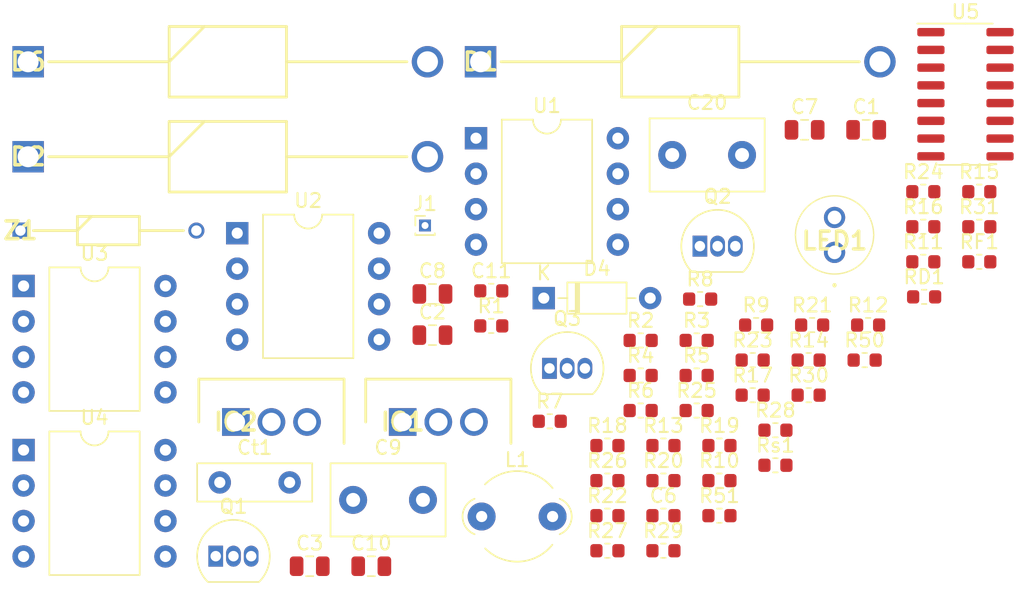
<source format=kicad_pcb>
(kicad_pcb (version 20171130) (host pcbnew "(5.1.5)-3")

  (general
    (thickness 1.6)
    (drawings 0)
    (tracks 0)
    (zones 0)
    (modules 65)
    (nets 47)
  )

  (page A4)
  (layers
    (0 F.Cu signal)
    (31 B.Cu signal)
    (32 B.Adhes user)
    (33 F.Adhes user)
    (34 B.Paste user)
    (35 F.Paste user)
    (36 B.SilkS user)
    (37 F.SilkS user)
    (38 B.Mask user)
    (39 F.Mask user)
    (40 Dwgs.User user)
    (41 Cmts.User user)
    (42 Eco1.User user)
    (43 Eco2.User user)
    (44 Edge.Cuts user)
    (45 Margin user)
    (46 B.CrtYd user)
    (47 F.CrtYd user)
    (48 B.Fab user)
    (49 F.Fab user)
  )

  (setup
    (last_trace_width 0.25)
    (trace_clearance 0.2)
    (zone_clearance 0.508)
    (zone_45_only no)
    (trace_min 0.2)
    (via_size 0.8)
    (via_drill 0.4)
    (via_min_size 0.4)
    (via_min_drill 0.3)
    (uvia_size 0.3)
    (uvia_drill 0.1)
    (uvias_allowed no)
    (uvia_min_size 0.2)
    (uvia_min_drill 0.1)
    (edge_width 0.05)
    (segment_width 0.2)
    (pcb_text_width 0.3)
    (pcb_text_size 1.5 1.5)
    (mod_edge_width 0.12)
    (mod_text_size 1 1)
    (mod_text_width 0.15)
    (pad_size 1.524 1.524)
    (pad_drill 0.762)
    (pad_to_mask_clearance 0.051)
    (solder_mask_min_width 0.25)
    (aux_axis_origin 0 0)
    (visible_elements FFFFFF7F)
    (pcbplotparams
      (layerselection 0x010fc_ffffffff)
      (usegerberextensions false)
      (usegerberattributes false)
      (usegerberadvancedattributes false)
      (creategerberjobfile false)
      (excludeedgelayer true)
      (linewidth 0.100000)
      (plotframeref false)
      (viasonmask false)
      (mode 1)
      (useauxorigin false)
      (hpglpennumber 1)
      (hpglpenspeed 20)
      (hpglpendiameter 15.000000)
      (psnegative false)
      (psa4output false)
      (plotreference true)
      (plotvalue true)
      (plotinvisibletext false)
      (padsonsilk false)
      (subtractmaskfromsilk false)
      (outputformat 1)
      (mirror false)
      (drillshape 1)
      (scaleselection 1)
      (outputdirectory ""))
  )

  (net 0 "")
  (net 1 "Net-(C1-Pad1)")
  (net 2 GND)
  (net 3 "Net-(C2-Pad1)")
  (net 4 "Net-(C2-Pad2)")
  (net 5 "Net-(C3-Pad2)")
  (net 6 "Net-(C3-Pad1)")
  (net 7 "Net-(C6-Pad1)")
  (net 8 "Net-(C7-Pad2)")
  (net 9 "Net-(C7-Pad1)")
  (net 10 "Net-(C8-Pad2)")
  (net 11 "Net-(C10-Pad1)")
  (net 12 "Net-(C10-Pad2)")
  (net 13 "Net-(C11-Pad2)")
  (net 14 "Net-(C20-Pad2)")
  (net 15 "Net-(Ct1-Pad2)")
  (net 16 VD)
  (net 17 "Net-(D4-Pad1)")
  (net 18 "Net-(D4-Pad2)")
  (net 19 "Net-(D6-Pad1)")
  (net 20 "Net-(IC1-Pad1)")
  (net 21 "Net-(IC2-Pad1)")
  (net 22 "Net-(J1-Pad1)")
  (net 23 "Net-(LED1-Pad2)")
  (net 24 "Net-(Q1-Pad2)")
  (net 25 "Net-(Q1-Pad1)")
  (net 26 -5V)
  (net 27 "Net-(Q3-Pad3)")
  (net 28 "Net-(R1-Pad2)")
  (net 29 "Net-(R2-Pad2)")
  (net 30 "Net-(R5-Pad2)")
  (net 31 "Net-(R8-Pad1)")
  (net 32 "Net-(R19-Pad2)")
  (net 33 "Net-(R12-Pad2)")
  (net 34 +2V5)
  (net 35 "Net-(R24-Pad2)")
  (net 36 "Net-(R25-Pad2)")
  (net 37 "Net-(R26-Pad1)")
  (net 38 "Net-(R28-Pad2)")
  (net 39 "Net-(R29-Pad1)")
  (net 40 "Net-(R30-Pad1)")
  (net 41 "Net-(R50-Pad1)")
  (net 42 "Net-(R51-Pad1)")
  (net 43 +12V)
  (net 44 "Net-(U4-Pad1)")
  (net 45 "Net-(U5-Pad5)")
  (net 46 "Net-(U5-Pad12)")

  (net_class Default "Esta es la clase de red por defecto."
    (clearance 0.2)
    (trace_width 0.25)
    (via_dia 0.8)
    (via_drill 0.4)
    (uvia_dia 0.3)
    (uvia_drill 0.1)
    (add_net +12V)
    (add_net +2V5)
    (add_net -5V)
    (add_net GND)
    (add_net "Net-(C1-Pad1)")
    (add_net "Net-(C10-Pad1)")
    (add_net "Net-(C10-Pad2)")
    (add_net "Net-(C11-Pad2)")
    (add_net "Net-(C2-Pad1)")
    (add_net "Net-(C2-Pad2)")
    (add_net "Net-(C20-Pad2)")
    (add_net "Net-(C3-Pad1)")
    (add_net "Net-(C3-Pad2)")
    (add_net "Net-(C6-Pad1)")
    (add_net "Net-(C7-Pad1)")
    (add_net "Net-(C7-Pad2)")
    (add_net "Net-(C8-Pad2)")
    (add_net "Net-(Ct1-Pad2)")
    (add_net "Net-(D4-Pad1)")
    (add_net "Net-(D4-Pad2)")
    (add_net "Net-(D6-Pad1)")
    (add_net "Net-(IC1-Pad1)")
    (add_net "Net-(IC2-Pad1)")
    (add_net "Net-(J1-Pad1)")
    (add_net "Net-(LED1-Pad2)")
    (add_net "Net-(Q1-Pad1)")
    (add_net "Net-(Q1-Pad2)")
    (add_net "Net-(Q3-Pad3)")
    (add_net "Net-(R1-Pad2)")
    (add_net "Net-(R12-Pad2)")
    (add_net "Net-(R19-Pad2)")
    (add_net "Net-(R2-Pad2)")
    (add_net "Net-(R24-Pad2)")
    (add_net "Net-(R25-Pad2)")
    (add_net "Net-(R26-Pad1)")
    (add_net "Net-(R28-Pad2)")
    (add_net "Net-(R29-Pad1)")
    (add_net "Net-(R30-Pad1)")
    (add_net "Net-(R5-Pad2)")
    (add_net "Net-(R50-Pad1)")
    (add_net "Net-(R51-Pad1)")
    (add_net "Net-(R8-Pad1)")
    (add_net "Net-(U4-Pad1)")
    (add_net "Net-(U5-Pad12)")
    (add_net "Net-(U5-Pad5)")
    (add_net VD)
  )

  (module Capacitor_SMD:C_0805_2012Metric (layer F.Cu) (tedit 5B36C52B) (tstamp 5F19116F)
    (at 141.425001 43.335001)
    (descr "Capacitor SMD 0805 (2012 Metric), square (rectangular) end terminal, IPC_7351 nominal, (Body size source: https://docs.google.com/spreadsheets/d/1BsfQQcO9C6DZCsRaXUlFlo91Tg2WpOkGARC1WS5S8t0/edit?usp=sharing), generated with kicad-footprint-generator")
    (tags capacitor)
    (path /5F294A68)
    (attr smd)
    (fp_text reference C1 (at 0 -1.65) (layer F.SilkS)
      (effects (font (size 1 1) (thickness 0.15)))
    )
    (fp_text value 1u (at 0 1.65) (layer F.Fab)
      (effects (font (size 1 1) (thickness 0.15)))
    )
    (fp_line (start -1 0.6) (end -1 -0.6) (layer F.Fab) (width 0.1))
    (fp_line (start -1 -0.6) (end 1 -0.6) (layer F.Fab) (width 0.1))
    (fp_line (start 1 -0.6) (end 1 0.6) (layer F.Fab) (width 0.1))
    (fp_line (start 1 0.6) (end -1 0.6) (layer F.Fab) (width 0.1))
    (fp_line (start -0.258578 -0.71) (end 0.258578 -0.71) (layer F.SilkS) (width 0.12))
    (fp_line (start -0.258578 0.71) (end 0.258578 0.71) (layer F.SilkS) (width 0.12))
    (fp_line (start -1.68 0.95) (end -1.68 -0.95) (layer F.CrtYd) (width 0.05))
    (fp_line (start -1.68 -0.95) (end 1.68 -0.95) (layer F.CrtYd) (width 0.05))
    (fp_line (start 1.68 -0.95) (end 1.68 0.95) (layer F.CrtYd) (width 0.05))
    (fp_line (start 1.68 0.95) (end -1.68 0.95) (layer F.CrtYd) (width 0.05))
    (fp_text user %R (at 0 0) (layer F.Fab)
      (effects (font (size 0.5 0.5) (thickness 0.08)))
    )
    (pad 1 smd roundrect (at -0.9375 0) (size 0.975 1.4) (layers F.Cu F.Paste F.Mask) (roundrect_rratio 0.25)
      (net 1 "Net-(C1-Pad1)"))
    (pad 2 smd roundrect (at 0.9375 0) (size 0.975 1.4) (layers F.Cu F.Paste F.Mask) (roundrect_rratio 0.25)
      (net 2 GND))
    (model ${KISYS3DMOD}/Capacitor_SMD.3dshapes/C_0805_2012Metric.wrl
      (at (xyz 0 0 0))
      (scale (xyz 1 1 1))
      (rotate (xyz 0 0 0))
    )
  )

  (module Capacitor_SMD:C_0805_2012Metric (layer F.Cu) (tedit 5B36C52B) (tstamp 5F191180)
    (at 110.365001 58.035001)
    (descr "Capacitor SMD 0805 (2012 Metric), square (rectangular) end terminal, IPC_7351 nominal, (Body size source: https://docs.google.com/spreadsheets/d/1BsfQQcO9C6DZCsRaXUlFlo91Tg2WpOkGARC1WS5S8t0/edit?usp=sharing), generated with kicad-footprint-generator")
    (tags capacitor)
    (path /5F2048E9)
    (attr smd)
    (fp_text reference C2 (at 0 -1.65) (layer F.SilkS)
      (effects (font (size 1 1) (thickness 0.15)))
    )
    (fp_text value 22n (at 0 1.65) (layer F.Fab)
      (effects (font (size 1 1) (thickness 0.15)))
    )
    (fp_line (start -1 0.6) (end -1 -0.6) (layer F.Fab) (width 0.1))
    (fp_line (start -1 -0.6) (end 1 -0.6) (layer F.Fab) (width 0.1))
    (fp_line (start 1 -0.6) (end 1 0.6) (layer F.Fab) (width 0.1))
    (fp_line (start 1 0.6) (end -1 0.6) (layer F.Fab) (width 0.1))
    (fp_line (start -0.258578 -0.71) (end 0.258578 -0.71) (layer F.SilkS) (width 0.12))
    (fp_line (start -0.258578 0.71) (end 0.258578 0.71) (layer F.SilkS) (width 0.12))
    (fp_line (start -1.68 0.95) (end -1.68 -0.95) (layer F.CrtYd) (width 0.05))
    (fp_line (start -1.68 -0.95) (end 1.68 -0.95) (layer F.CrtYd) (width 0.05))
    (fp_line (start 1.68 -0.95) (end 1.68 0.95) (layer F.CrtYd) (width 0.05))
    (fp_line (start 1.68 0.95) (end -1.68 0.95) (layer F.CrtYd) (width 0.05))
    (fp_text user %R (at 0 0) (layer F.Fab)
      (effects (font (size 0.5 0.5) (thickness 0.08)))
    )
    (pad 1 smd roundrect (at -0.9375 0) (size 0.975 1.4) (layers F.Cu F.Paste F.Mask) (roundrect_rratio 0.25)
      (net 3 "Net-(C2-Pad1)"))
    (pad 2 smd roundrect (at 0.9375 0) (size 0.975 1.4) (layers F.Cu F.Paste F.Mask) (roundrect_rratio 0.25)
      (net 4 "Net-(C2-Pad2)"))
    (model ${KISYS3DMOD}/Capacitor_SMD.3dshapes/C_0805_2012Metric.wrl
      (at (xyz 0 0 0))
      (scale (xyz 1 1 1))
      (rotate (xyz 0 0 0))
    )
  )

  (module Capacitor_SMD:C_0805_2012Metric (layer F.Cu) (tedit 5B36C52B) (tstamp 5F191191)
    (at 101.575001 74.585001)
    (descr "Capacitor SMD 0805 (2012 Metric), square (rectangular) end terminal, IPC_7351 nominal, (Body size source: https://docs.google.com/spreadsheets/d/1BsfQQcO9C6DZCsRaXUlFlo91Tg2WpOkGARC1WS5S8t0/edit?usp=sharing), generated with kicad-footprint-generator")
    (tags capacitor)
    (path /5F1F4A08)
    (attr smd)
    (fp_text reference C3 (at 0 -1.65) (layer F.SilkS)
      (effects (font (size 1 1) (thickness 0.15)))
    )
    (fp_text value 30n (at 0 1.65) (layer F.Fab)
      (effects (font (size 1 1) (thickness 0.15)))
    )
    (fp_text user %R (at 0 0) (layer F.Fab)
      (effects (font (size 0.5 0.5) (thickness 0.08)))
    )
    (fp_line (start 1.68 0.95) (end -1.68 0.95) (layer F.CrtYd) (width 0.05))
    (fp_line (start 1.68 -0.95) (end 1.68 0.95) (layer F.CrtYd) (width 0.05))
    (fp_line (start -1.68 -0.95) (end 1.68 -0.95) (layer F.CrtYd) (width 0.05))
    (fp_line (start -1.68 0.95) (end -1.68 -0.95) (layer F.CrtYd) (width 0.05))
    (fp_line (start -0.258578 0.71) (end 0.258578 0.71) (layer F.SilkS) (width 0.12))
    (fp_line (start -0.258578 -0.71) (end 0.258578 -0.71) (layer F.SilkS) (width 0.12))
    (fp_line (start 1 0.6) (end -1 0.6) (layer F.Fab) (width 0.1))
    (fp_line (start 1 -0.6) (end 1 0.6) (layer F.Fab) (width 0.1))
    (fp_line (start -1 -0.6) (end 1 -0.6) (layer F.Fab) (width 0.1))
    (fp_line (start -1 0.6) (end -1 -0.6) (layer F.Fab) (width 0.1))
    (pad 2 smd roundrect (at 0.9375 0) (size 0.975 1.4) (layers F.Cu F.Paste F.Mask) (roundrect_rratio 0.25)
      (net 5 "Net-(C3-Pad2)"))
    (pad 1 smd roundrect (at -0.9375 0) (size 0.975 1.4) (layers F.Cu F.Paste F.Mask) (roundrect_rratio 0.25)
      (net 6 "Net-(C3-Pad1)"))
    (model ${KISYS3DMOD}/Capacitor_SMD.3dshapes/C_0805_2012Metric.wrl
      (at (xyz 0 0 0))
      (scale (xyz 1 1 1))
      (rotate (xyz 0 0 0))
    )
  )

  (module Capacitor_SMD:C_0603_1608Metric (layer F.Cu) (tedit 5B301BBE) (tstamp 5F1911A2)
    (at 126.905001 70.965001)
    (descr "Capacitor SMD 0603 (1608 Metric), square (rectangular) end terminal, IPC_7351 nominal, (Body size source: http://www.tortai-tech.com/upload/download/2011102023233369053.pdf), generated with kicad-footprint-generator")
    (tags capacitor)
    (path /5F2963E2)
    (attr smd)
    (fp_text reference C6 (at 0 -1.43) (layer F.SilkS)
      (effects (font (size 1 1) (thickness 0.15)))
    )
    (fp_text value 10u (at 0 1.43) (layer F.Fab)
      (effects (font (size 1 1) (thickness 0.15)))
    )
    (fp_text user %R (at 0 0) (layer F.Fab)
      (effects (font (size 0.4 0.4) (thickness 0.06)))
    )
    (fp_line (start 1.48 0.73) (end -1.48 0.73) (layer F.CrtYd) (width 0.05))
    (fp_line (start 1.48 -0.73) (end 1.48 0.73) (layer F.CrtYd) (width 0.05))
    (fp_line (start -1.48 -0.73) (end 1.48 -0.73) (layer F.CrtYd) (width 0.05))
    (fp_line (start -1.48 0.73) (end -1.48 -0.73) (layer F.CrtYd) (width 0.05))
    (fp_line (start -0.162779 0.51) (end 0.162779 0.51) (layer F.SilkS) (width 0.12))
    (fp_line (start -0.162779 -0.51) (end 0.162779 -0.51) (layer F.SilkS) (width 0.12))
    (fp_line (start 0.8 0.4) (end -0.8 0.4) (layer F.Fab) (width 0.1))
    (fp_line (start 0.8 -0.4) (end 0.8 0.4) (layer F.Fab) (width 0.1))
    (fp_line (start -0.8 -0.4) (end 0.8 -0.4) (layer F.Fab) (width 0.1))
    (fp_line (start -0.8 0.4) (end -0.8 -0.4) (layer F.Fab) (width 0.1))
    (pad 2 smd roundrect (at 0.7875 0) (size 0.875 0.95) (layers F.Cu F.Paste F.Mask) (roundrect_rratio 0.25)
      (net 2 GND))
    (pad 1 smd roundrect (at -0.7875 0) (size 0.875 0.95) (layers F.Cu F.Paste F.Mask) (roundrect_rratio 0.25)
      (net 7 "Net-(C6-Pad1)"))
    (model ${KISYS3DMOD}/Capacitor_SMD.3dshapes/C_0603_1608Metric.wrl
      (at (xyz 0 0 0))
      (scale (xyz 1 1 1))
      (rotate (xyz 0 0 0))
    )
  )

  (module Capacitor_SMD:C_0805_2012Metric (layer F.Cu) (tedit 5B36C52B) (tstamp 5F1911B3)
    (at 137.015001 43.335001)
    (descr "Capacitor SMD 0805 (2012 Metric), square (rectangular) end terminal, IPC_7351 nominal, (Body size source: https://docs.google.com/spreadsheets/d/1BsfQQcO9C6DZCsRaXUlFlo91Tg2WpOkGARC1WS5S8t0/edit?usp=sharing), generated with kicad-footprint-generator")
    (tags capacitor)
    (path /5F1C1A4E)
    (attr smd)
    (fp_text reference C7 (at 0 -1.65) (layer F.SilkS)
      (effects (font (size 1 1) (thickness 0.15)))
    )
    (fp_text value 100p (at 0 1.65) (layer F.Fab)
      (effects (font (size 1 1) (thickness 0.15)))
    )
    (fp_text user %R (at 0 0) (layer F.Fab)
      (effects (font (size 0.5 0.5) (thickness 0.08)))
    )
    (fp_line (start 1.68 0.95) (end -1.68 0.95) (layer F.CrtYd) (width 0.05))
    (fp_line (start 1.68 -0.95) (end 1.68 0.95) (layer F.CrtYd) (width 0.05))
    (fp_line (start -1.68 -0.95) (end 1.68 -0.95) (layer F.CrtYd) (width 0.05))
    (fp_line (start -1.68 0.95) (end -1.68 -0.95) (layer F.CrtYd) (width 0.05))
    (fp_line (start -0.258578 0.71) (end 0.258578 0.71) (layer F.SilkS) (width 0.12))
    (fp_line (start -0.258578 -0.71) (end 0.258578 -0.71) (layer F.SilkS) (width 0.12))
    (fp_line (start 1 0.6) (end -1 0.6) (layer F.Fab) (width 0.1))
    (fp_line (start 1 -0.6) (end 1 0.6) (layer F.Fab) (width 0.1))
    (fp_line (start -1 -0.6) (end 1 -0.6) (layer F.Fab) (width 0.1))
    (fp_line (start -1 0.6) (end -1 -0.6) (layer F.Fab) (width 0.1))
    (pad 2 smd roundrect (at 0.9375 0) (size 0.975 1.4) (layers F.Cu F.Paste F.Mask) (roundrect_rratio 0.25)
      (net 8 "Net-(C7-Pad2)"))
    (pad 1 smd roundrect (at -0.9375 0) (size 0.975 1.4) (layers F.Cu F.Paste F.Mask) (roundrect_rratio 0.25)
      (net 9 "Net-(C7-Pad1)"))
    (model ${KISYS3DMOD}/Capacitor_SMD.3dshapes/C_0805_2012Metric.wrl
      (at (xyz 0 0 0))
      (scale (xyz 1 1 1))
      (rotate (xyz 0 0 0))
    )
  )

  (module Capacitor_SMD:C_0805_2012Metric (layer F.Cu) (tedit 5B36C52B) (tstamp 5F1911C4)
    (at 110.365001 55.085001)
    (descr "Capacitor SMD 0805 (2012 Metric), square (rectangular) end terminal, IPC_7351 nominal, (Body size source: https://docs.google.com/spreadsheets/d/1BsfQQcO9C6DZCsRaXUlFlo91Tg2WpOkGARC1WS5S8t0/edit?usp=sharing), generated with kicad-footprint-generator")
    (tags capacitor)
    (path /5F1B3545)
    (attr smd)
    (fp_text reference C8 (at 0 -1.65) (layer F.SilkS)
      (effects (font (size 1 1) (thickness 0.15)))
    )
    (fp_text value 1n (at 0 1.65) (layer F.Fab)
      (effects (font (size 1 1) (thickness 0.15)))
    )
    (fp_line (start -1 0.6) (end -1 -0.6) (layer F.Fab) (width 0.1))
    (fp_line (start -1 -0.6) (end 1 -0.6) (layer F.Fab) (width 0.1))
    (fp_line (start 1 -0.6) (end 1 0.6) (layer F.Fab) (width 0.1))
    (fp_line (start 1 0.6) (end -1 0.6) (layer F.Fab) (width 0.1))
    (fp_line (start -0.258578 -0.71) (end 0.258578 -0.71) (layer F.SilkS) (width 0.12))
    (fp_line (start -0.258578 0.71) (end 0.258578 0.71) (layer F.SilkS) (width 0.12))
    (fp_line (start -1.68 0.95) (end -1.68 -0.95) (layer F.CrtYd) (width 0.05))
    (fp_line (start -1.68 -0.95) (end 1.68 -0.95) (layer F.CrtYd) (width 0.05))
    (fp_line (start 1.68 -0.95) (end 1.68 0.95) (layer F.CrtYd) (width 0.05))
    (fp_line (start 1.68 0.95) (end -1.68 0.95) (layer F.CrtYd) (width 0.05))
    (fp_text user %R (at 0 0) (layer F.Fab)
      (effects (font (size 0.5 0.5) (thickness 0.08)))
    )
    (pad 1 smd roundrect (at -0.9375 0) (size 0.975 1.4) (layers F.Cu F.Paste F.Mask) (roundrect_rratio 0.25)
      (net 2 GND))
    (pad 2 smd roundrect (at 0.9375 0) (size 0.975 1.4) (layers F.Cu F.Paste F.Mask) (roundrect_rratio 0.25)
      (net 10 "Net-(C8-Pad2)"))
    (model ${KISYS3DMOD}/Capacitor_SMD.3dshapes/C_0805_2012Metric.wrl
      (at (xyz 0 0 0))
      (scale (xyz 1 1 1))
      (rotate (xyz 0 0 0))
    )
  )

  (module Capacitor_THT:C_Disc_D8.0mm_W5.0mm_P5.00mm (layer F.Cu) (tedit 5AE50EF0) (tstamp 5F1911D7)
    (at 104.685001 69.835001)
    (descr "C, Disc series, Radial, pin pitch=5.00mm, , diameter*width=8*5.0mm^2, Capacitor, http://www.vishay.com/docs/28535/vy2series.pdf")
    (tags "C Disc series Radial pin pitch 5.00mm  diameter 8mm width 5.0mm Capacitor")
    (path /5F1B1E0E)
    (fp_text reference C9 (at 2.5 -3.75) (layer F.SilkS)
      (effects (font (size 1 1) (thickness 0.15)))
    )
    (fp_text value 10p (at 2.5 3.75) (layer F.Fab)
      (effects (font (size 1 1) (thickness 0.15)))
    )
    (fp_line (start -1.5 -2.5) (end -1.5 2.5) (layer F.Fab) (width 0.1))
    (fp_line (start -1.5 2.5) (end 6.5 2.5) (layer F.Fab) (width 0.1))
    (fp_line (start 6.5 2.5) (end 6.5 -2.5) (layer F.Fab) (width 0.1))
    (fp_line (start 6.5 -2.5) (end -1.5 -2.5) (layer F.Fab) (width 0.1))
    (fp_line (start -1.62 -2.62) (end 6.62 -2.62) (layer F.SilkS) (width 0.12))
    (fp_line (start -1.62 2.62) (end 6.62 2.62) (layer F.SilkS) (width 0.12))
    (fp_line (start -1.62 -2.62) (end -1.62 2.62) (layer F.SilkS) (width 0.12))
    (fp_line (start 6.62 -2.62) (end 6.62 2.62) (layer F.SilkS) (width 0.12))
    (fp_line (start -1.75 -2.75) (end -1.75 2.75) (layer F.CrtYd) (width 0.05))
    (fp_line (start -1.75 2.75) (end 6.75 2.75) (layer F.CrtYd) (width 0.05))
    (fp_line (start 6.75 2.75) (end 6.75 -2.75) (layer F.CrtYd) (width 0.05))
    (fp_line (start 6.75 -2.75) (end -1.75 -2.75) (layer F.CrtYd) (width 0.05))
    (fp_text user %R (at 2.5 0) (layer F.Fab)
      (effects (font (size 1 1) (thickness 0.15)))
    )
    (pad 1 thru_hole circle (at 0 0) (size 2 2) (drill 1) (layers *.Cu *.Mask)
      (net 9 "Net-(C7-Pad1)"))
    (pad 2 thru_hole circle (at 5 0) (size 2 2) (drill 1) (layers *.Cu *.Mask)
      (net 11 "Net-(C10-Pad1)"))
    (model ${KISYS3DMOD}/Capacitor_THT.3dshapes/C_Disc_D8.0mm_W5.0mm_P5.00mm.wrl
      (at (xyz 0 0 0))
      (scale (xyz 1 1 1))
      (rotate (xyz 0 0 0))
    )
  )

  (module Capacitor_SMD:C_0805_2012Metric (layer F.Cu) (tedit 5B36C52B) (tstamp 5F1911E8)
    (at 105.985001 74.585001)
    (descr "Capacitor SMD 0805 (2012 Metric), square (rectangular) end terminal, IPC_7351 nominal, (Body size source: https://docs.google.com/spreadsheets/d/1BsfQQcO9C6DZCsRaXUlFlo91Tg2WpOkGARC1WS5S8t0/edit?usp=sharing), generated with kicad-footprint-generator")
    (tags capacitor)
    (path /5F1B5043)
    (attr smd)
    (fp_text reference C10 (at 0 -1.65) (layer F.SilkS)
      (effects (font (size 1 1) (thickness 0.15)))
    )
    (fp_text value 1n (at 0 1.65) (layer F.Fab)
      (effects (font (size 1 1) (thickness 0.15)))
    )
    (fp_text user %R (at 0 0) (layer F.Fab)
      (effects (font (size 0.5 0.5) (thickness 0.08)))
    )
    (fp_line (start 1.68 0.95) (end -1.68 0.95) (layer F.CrtYd) (width 0.05))
    (fp_line (start 1.68 -0.95) (end 1.68 0.95) (layer F.CrtYd) (width 0.05))
    (fp_line (start -1.68 -0.95) (end 1.68 -0.95) (layer F.CrtYd) (width 0.05))
    (fp_line (start -1.68 0.95) (end -1.68 -0.95) (layer F.CrtYd) (width 0.05))
    (fp_line (start -0.258578 0.71) (end 0.258578 0.71) (layer F.SilkS) (width 0.12))
    (fp_line (start -0.258578 -0.71) (end 0.258578 -0.71) (layer F.SilkS) (width 0.12))
    (fp_line (start 1 0.6) (end -1 0.6) (layer F.Fab) (width 0.1))
    (fp_line (start 1 -0.6) (end 1 0.6) (layer F.Fab) (width 0.1))
    (fp_line (start -1 -0.6) (end 1 -0.6) (layer F.Fab) (width 0.1))
    (fp_line (start -1 0.6) (end -1 -0.6) (layer F.Fab) (width 0.1))
    (pad 2 smd roundrect (at 0.9375 0) (size 0.975 1.4) (layers F.Cu F.Paste F.Mask) (roundrect_rratio 0.25)
      (net 12 "Net-(C10-Pad2)"))
    (pad 1 smd roundrect (at -0.9375 0) (size 0.975 1.4) (layers F.Cu F.Paste F.Mask) (roundrect_rratio 0.25)
      (net 11 "Net-(C10-Pad1)"))
    (model ${KISYS3DMOD}/Capacitor_SMD.3dshapes/C_0805_2012Metric.wrl
      (at (xyz 0 0 0))
      (scale (xyz 1 1 1))
      (rotate (xyz 0 0 0))
    )
  )

  (module Capacitor_SMD:C_0603_1608Metric (layer F.Cu) (tedit 5B301BBE) (tstamp 5F1911F9)
    (at 114.575001 54.865001)
    (descr "Capacitor SMD 0603 (1608 Metric), square (rectangular) end terminal, IPC_7351 nominal, (Body size source: http://www.tortai-tech.com/upload/download/2011102023233369053.pdf), generated with kicad-footprint-generator")
    (tags capacitor)
    (path /5F31165C)
    (attr smd)
    (fp_text reference C11 (at 0 -1.43) (layer F.SilkS)
      (effects (font (size 1 1) (thickness 0.15)))
    )
    (fp_text value 100n (at 0 1.43) (layer F.Fab)
      (effects (font (size 1 1) (thickness 0.15)))
    )
    (fp_line (start -0.8 0.4) (end -0.8 -0.4) (layer F.Fab) (width 0.1))
    (fp_line (start -0.8 -0.4) (end 0.8 -0.4) (layer F.Fab) (width 0.1))
    (fp_line (start 0.8 -0.4) (end 0.8 0.4) (layer F.Fab) (width 0.1))
    (fp_line (start 0.8 0.4) (end -0.8 0.4) (layer F.Fab) (width 0.1))
    (fp_line (start -0.162779 -0.51) (end 0.162779 -0.51) (layer F.SilkS) (width 0.12))
    (fp_line (start -0.162779 0.51) (end 0.162779 0.51) (layer F.SilkS) (width 0.12))
    (fp_line (start -1.48 0.73) (end -1.48 -0.73) (layer F.CrtYd) (width 0.05))
    (fp_line (start -1.48 -0.73) (end 1.48 -0.73) (layer F.CrtYd) (width 0.05))
    (fp_line (start 1.48 -0.73) (end 1.48 0.73) (layer F.CrtYd) (width 0.05))
    (fp_line (start 1.48 0.73) (end -1.48 0.73) (layer F.CrtYd) (width 0.05))
    (fp_text user %R (at 0 0) (layer F.Fab)
      (effects (font (size 0.4 0.4) (thickness 0.06)))
    )
    (pad 1 smd roundrect (at -0.7875 0) (size 0.875 0.95) (layers F.Cu F.Paste F.Mask) (roundrect_rratio 0.25)
      (net 11 "Net-(C10-Pad1)"))
    (pad 2 smd roundrect (at 0.7875 0) (size 0.875 0.95) (layers F.Cu F.Paste F.Mask) (roundrect_rratio 0.25)
      (net 13 "Net-(C11-Pad2)"))
    (model ${KISYS3DMOD}/Capacitor_SMD.3dshapes/C_0603_1608Metric.wrl
      (at (xyz 0 0 0))
      (scale (xyz 1 1 1))
      (rotate (xyz 0 0 0))
    )
  )

  (module Capacitor_THT:C_Disc_D8.0mm_W5.0mm_P5.00mm (layer F.Cu) (tedit 5AE50EF0) (tstamp 5F19120C)
    (at 127.535001 45.135001)
    (descr "C, Disc series, Radial, pin pitch=5.00mm, , diameter*width=8*5.0mm^2, Capacitor, http://www.vishay.com/docs/28535/vy2series.pdf")
    (tags "C Disc series Radial pin pitch 5.00mm  diameter 8mm width 5.0mm Capacitor")
    (path /5F1D34CA)
    (fp_text reference C20 (at 2.5 -3.75) (layer F.SilkS)
      (effects (font (size 1 1) (thickness 0.15)))
    )
    (fp_text value 0.5n (at 2.5 3.75) (layer F.Fab)
      (effects (font (size 1 1) (thickness 0.15)))
    )
    (fp_text user %R (at 2.5 0) (layer F.Fab)
      (effects (font (size 1 1) (thickness 0.15)))
    )
    (fp_line (start 6.75 -2.75) (end -1.75 -2.75) (layer F.CrtYd) (width 0.05))
    (fp_line (start 6.75 2.75) (end 6.75 -2.75) (layer F.CrtYd) (width 0.05))
    (fp_line (start -1.75 2.75) (end 6.75 2.75) (layer F.CrtYd) (width 0.05))
    (fp_line (start -1.75 -2.75) (end -1.75 2.75) (layer F.CrtYd) (width 0.05))
    (fp_line (start 6.62 -2.62) (end 6.62 2.62) (layer F.SilkS) (width 0.12))
    (fp_line (start -1.62 -2.62) (end -1.62 2.62) (layer F.SilkS) (width 0.12))
    (fp_line (start -1.62 2.62) (end 6.62 2.62) (layer F.SilkS) (width 0.12))
    (fp_line (start -1.62 -2.62) (end 6.62 -2.62) (layer F.SilkS) (width 0.12))
    (fp_line (start 6.5 -2.5) (end -1.5 -2.5) (layer F.Fab) (width 0.1))
    (fp_line (start 6.5 2.5) (end 6.5 -2.5) (layer F.Fab) (width 0.1))
    (fp_line (start -1.5 2.5) (end 6.5 2.5) (layer F.Fab) (width 0.1))
    (fp_line (start -1.5 -2.5) (end -1.5 2.5) (layer F.Fab) (width 0.1))
    (pad 2 thru_hole circle (at 5 0) (size 2 2) (drill 1) (layers *.Cu *.Mask)
      (net 14 "Net-(C20-Pad2)"))
    (pad 1 thru_hole circle (at 0 0) (size 2 2) (drill 1) (layers *.Cu *.Mask)
      (net 2 GND))
    (model ${KISYS3DMOD}/Capacitor_THT.3dshapes/C_Disc_D8.0mm_W5.0mm_P5.00mm.wrl
      (at (xyz 0 0 0))
      (scale (xyz 1 1 1))
      (rotate (xyz 0 0 0))
    )
  )

  (module Capacitor_THT:C_Disc_D8.0mm_W2.5mm_P5.00mm (layer F.Cu) (tedit 5AE50EF0) (tstamp 5F19121F)
    (at 95.135001 68.585001)
    (descr "C, Disc series, Radial, pin pitch=5.00mm, , diameter*width=8*2.5mm^2, Capacitor, http://cdn-reichelt.de/documents/datenblatt/B300/DS_KERKO_TC.pdf")
    (tags "C Disc series Radial pin pitch 5.00mm  diameter 8mm width 2.5mm Capacitor")
    (path /5F1E5539)
    (fp_text reference Ct1 (at 2.5 -2.5) (layer F.SilkS)
      (effects (font (size 1 1) (thickness 0.15)))
    )
    (fp_text value 10p (at 2.5 2.5) (layer F.Fab)
      (effects (font (size 1 1) (thickness 0.15)))
    )
    (fp_line (start -1.5 -1.25) (end -1.5 1.25) (layer F.Fab) (width 0.1))
    (fp_line (start -1.5 1.25) (end 6.5 1.25) (layer F.Fab) (width 0.1))
    (fp_line (start 6.5 1.25) (end 6.5 -1.25) (layer F.Fab) (width 0.1))
    (fp_line (start 6.5 -1.25) (end -1.5 -1.25) (layer F.Fab) (width 0.1))
    (fp_line (start -1.62 -1.37) (end 6.62 -1.37) (layer F.SilkS) (width 0.12))
    (fp_line (start -1.62 1.37) (end 6.62 1.37) (layer F.SilkS) (width 0.12))
    (fp_line (start -1.62 -1.37) (end -1.62 1.37) (layer F.SilkS) (width 0.12))
    (fp_line (start 6.62 -1.37) (end 6.62 1.37) (layer F.SilkS) (width 0.12))
    (fp_line (start -1.75 -1.5) (end -1.75 1.5) (layer F.CrtYd) (width 0.05))
    (fp_line (start -1.75 1.5) (end 6.75 1.5) (layer F.CrtYd) (width 0.05))
    (fp_line (start 6.75 1.5) (end 6.75 -1.5) (layer F.CrtYd) (width 0.05))
    (fp_line (start 6.75 -1.5) (end -1.75 -1.5) (layer F.CrtYd) (width 0.05))
    (fp_text user %R (at 2.5 0) (layer F.Fab)
      (effects (font (size 1 1) (thickness 0.15)))
    )
    (pad 1 thru_hole circle (at 0 0) (size 1.6 1.6) (drill 0.8) (layers *.Cu *.Mask)
      (net 2 GND))
    (pad 2 thru_hole circle (at 5 0) (size 1.6 1.6) (drill 0.8) (layers *.Cu *.Mask)
      (net 15 "Net-(Ct1-Pad2)"))
    (model ${KISYS3DMOD}/Capacitor_THT.3dshapes/C_Disc_D8.0mm_W2.5mm_P5.00mm.wrl
      (at (xyz 0 0 0))
      (scale (xyz 1 1 1))
      (rotate (xyz 0 0 0))
    )
  )

  (module kicad2:DIOAD2860W130L840D505 (layer F.Cu) (tedit 0) (tstamp 5F191238)
    (at 113.810001 38.460001)
    (descr "AXIAL-LEAD-CASE 267-05")
    (tags Diode)
    (path /5F3A7C90)
    (fp_text reference D1 (at 0 0) (layer F.SilkS)
      (effects (font (size 1.27 1.27) (thickness 0.254)))
    )
    (fp_text value MUR460G (at 0 0) (layer F.SilkS) hide
      (effects (font (size 1.27 1.27) (thickness 0.254)))
    )
    (fp_line (start 18.5 0) (end 27.125 0) (layer F.SilkS) (width 0.2))
    (fp_line (start 1.475 0) (end 10.1 0) (layer F.SilkS) (width 0.2))
    (fp_line (start 10.1 0) (end 12.625 -2.525) (layer F.SilkS) (width 0.2))
    (fp_line (start 10.1 2.525) (end 10.1 -2.525) (layer F.SilkS) (width 0.2))
    (fp_line (start 18.5 2.525) (end 10.1 2.525) (layer F.SilkS) (width 0.2))
    (fp_line (start 18.5 -2.525) (end 18.5 2.525) (layer F.SilkS) (width 0.2))
    (fp_line (start 10.1 -2.525) (end 18.5 -2.525) (layer F.SilkS) (width 0.2))
    (fp_line (start 18.5 0) (end 28.6 0) (layer F.Fab) (width 0.1))
    (fp_line (start 0 0) (end 10.1 0) (layer F.Fab) (width 0.1))
    (fp_line (start 10.1 0) (end 12.625 -2.525) (layer F.Fab) (width 0.1))
    (fp_line (start 10.1 2.525) (end 10.1 -2.525) (layer F.Fab) (width 0.1))
    (fp_line (start 18.5 2.525) (end 10.1 2.525) (layer F.Fab) (width 0.1))
    (fp_line (start 18.5 -2.525) (end 18.5 2.525) (layer F.Fab) (width 0.1))
    (fp_line (start 10.1 -2.525) (end 18.5 -2.525) (layer F.Fab) (width 0.1))
    (fp_line (start -1.375 2.875) (end -1.375 -2.875) (layer F.CrtYd) (width 0.05))
    (fp_line (start 29.975 2.875) (end -1.375 2.875) (layer F.CrtYd) (width 0.05))
    (fp_line (start 29.975 -2.875) (end 29.975 2.875) (layer F.CrtYd) (width 0.05))
    (fp_line (start -1.375 -2.875) (end 29.975 -2.875) (layer F.CrtYd) (width 0.05))
    (fp_text user %R (at 0 0) (layer F.Fab)
      (effects (font (size 1.27 1.27) (thickness 0.254)))
    )
    (pad 2 thru_hole circle (at 28.6 0) (size 2.25 2.25) (drill 1.5) (layers *.Cu *.Mask)
      (net 3 "Net-(C2-Pad1)"))
    (pad 1 thru_hole rect (at 0 0) (size 2.25 2.25) (drill 1.5) (layers *.Cu *.Mask)
      (net 16 VD))
    (model MUR460G.stp
      (at (xyz 0 0 0))
      (scale (xyz 1 1 1))
      (rotate (xyz 0 0 0))
    )
  )

  (module kicad2:DIOAD2860W130L840D505 (layer F.Cu) (tedit 0) (tstamp 5F191251)
    (at 81.410001 45.260001)
    (descr "AXIAL-LEAD-CASE 267-05")
    (tags Diode)
    (path /5F3A9148)
    (fp_text reference D2 (at 0 0) (layer F.SilkS)
      (effects (font (size 1.27 1.27) (thickness 0.254)))
    )
    (fp_text value MUR460G (at 0 0) (layer F.SilkS) hide
      (effects (font (size 1.27 1.27) (thickness 0.254)))
    )
    (fp_text user %R (at 0 0) (layer F.Fab)
      (effects (font (size 1.27 1.27) (thickness 0.254)))
    )
    (fp_line (start -1.375 -2.875) (end 29.975 -2.875) (layer F.CrtYd) (width 0.05))
    (fp_line (start 29.975 -2.875) (end 29.975 2.875) (layer F.CrtYd) (width 0.05))
    (fp_line (start 29.975 2.875) (end -1.375 2.875) (layer F.CrtYd) (width 0.05))
    (fp_line (start -1.375 2.875) (end -1.375 -2.875) (layer F.CrtYd) (width 0.05))
    (fp_line (start 10.1 -2.525) (end 18.5 -2.525) (layer F.Fab) (width 0.1))
    (fp_line (start 18.5 -2.525) (end 18.5 2.525) (layer F.Fab) (width 0.1))
    (fp_line (start 18.5 2.525) (end 10.1 2.525) (layer F.Fab) (width 0.1))
    (fp_line (start 10.1 2.525) (end 10.1 -2.525) (layer F.Fab) (width 0.1))
    (fp_line (start 10.1 0) (end 12.625 -2.525) (layer F.Fab) (width 0.1))
    (fp_line (start 0 0) (end 10.1 0) (layer F.Fab) (width 0.1))
    (fp_line (start 18.5 0) (end 28.6 0) (layer F.Fab) (width 0.1))
    (fp_line (start 10.1 -2.525) (end 18.5 -2.525) (layer F.SilkS) (width 0.2))
    (fp_line (start 18.5 -2.525) (end 18.5 2.525) (layer F.SilkS) (width 0.2))
    (fp_line (start 18.5 2.525) (end 10.1 2.525) (layer F.SilkS) (width 0.2))
    (fp_line (start 10.1 2.525) (end 10.1 -2.525) (layer F.SilkS) (width 0.2))
    (fp_line (start 10.1 0) (end 12.625 -2.525) (layer F.SilkS) (width 0.2))
    (fp_line (start 1.475 0) (end 10.1 0) (layer F.SilkS) (width 0.2))
    (fp_line (start 18.5 0) (end 27.125 0) (layer F.SilkS) (width 0.2))
    (pad 1 thru_hole rect (at 0 0) (size 2.25 2.25) (drill 1.5) (layers *.Cu *.Mask)
      (net 3 "Net-(C2-Pad1)"))
    (pad 2 thru_hole circle (at 28.6 0) (size 2.25 2.25) (drill 1.5) (layers *.Cu *.Mask)
      (net 2 GND))
    (model MUR460G.stp
      (at (xyz 0 0 0))
      (scale (xyz 1 1 1))
      (rotate (xyz 0 0 0))
    )
  )

  (module Diode_THT:D_DO-35_SOD27_P7.62mm_Horizontal (layer F.Cu) (tedit 5AE50CD5) (tstamp 5F191270)
    (at 118.335001 55.385001)
    (descr "Diode, DO-35_SOD27 series, Axial, Horizontal, pin pitch=7.62mm, , length*diameter=4*2mm^2, , http://www.diodes.com/_files/packages/DO-35.pdf")
    (tags "Diode DO-35_SOD27 series Axial Horizontal pin pitch 7.62mm  length 4mm diameter 2mm")
    (path /5F361F7B)
    (fp_text reference D4 (at 3.81 -2.12) (layer F.SilkS)
      (effects (font (size 1 1) (thickness 0.15)))
    )
    (fp_text value 1N4148 (at 3.81 2.12) (layer F.Fab)
      (effects (font (size 1 1) (thickness 0.15)))
    )
    (fp_line (start 1.81 -1) (end 1.81 1) (layer F.Fab) (width 0.1))
    (fp_line (start 1.81 1) (end 5.81 1) (layer F.Fab) (width 0.1))
    (fp_line (start 5.81 1) (end 5.81 -1) (layer F.Fab) (width 0.1))
    (fp_line (start 5.81 -1) (end 1.81 -1) (layer F.Fab) (width 0.1))
    (fp_line (start 0 0) (end 1.81 0) (layer F.Fab) (width 0.1))
    (fp_line (start 7.62 0) (end 5.81 0) (layer F.Fab) (width 0.1))
    (fp_line (start 2.41 -1) (end 2.41 1) (layer F.Fab) (width 0.1))
    (fp_line (start 2.51 -1) (end 2.51 1) (layer F.Fab) (width 0.1))
    (fp_line (start 2.31 -1) (end 2.31 1) (layer F.Fab) (width 0.1))
    (fp_line (start 1.69 -1.12) (end 1.69 1.12) (layer F.SilkS) (width 0.12))
    (fp_line (start 1.69 1.12) (end 5.93 1.12) (layer F.SilkS) (width 0.12))
    (fp_line (start 5.93 1.12) (end 5.93 -1.12) (layer F.SilkS) (width 0.12))
    (fp_line (start 5.93 -1.12) (end 1.69 -1.12) (layer F.SilkS) (width 0.12))
    (fp_line (start 1.04 0) (end 1.69 0) (layer F.SilkS) (width 0.12))
    (fp_line (start 6.58 0) (end 5.93 0) (layer F.SilkS) (width 0.12))
    (fp_line (start 2.41 -1.12) (end 2.41 1.12) (layer F.SilkS) (width 0.12))
    (fp_line (start 2.53 -1.12) (end 2.53 1.12) (layer F.SilkS) (width 0.12))
    (fp_line (start 2.29 -1.12) (end 2.29 1.12) (layer F.SilkS) (width 0.12))
    (fp_line (start -1.05 -1.25) (end -1.05 1.25) (layer F.CrtYd) (width 0.05))
    (fp_line (start -1.05 1.25) (end 8.67 1.25) (layer F.CrtYd) (width 0.05))
    (fp_line (start 8.67 1.25) (end 8.67 -1.25) (layer F.CrtYd) (width 0.05))
    (fp_line (start 8.67 -1.25) (end -1.05 -1.25) (layer F.CrtYd) (width 0.05))
    (fp_text user %R (at 4.11 0) (layer F.Fab)
      (effects (font (size 0.8 0.8) (thickness 0.12)))
    )
    (fp_text user K (at 0 -1.8) (layer F.Fab)
      (effects (font (size 1 1) (thickness 0.15)))
    )
    (fp_text user K (at 0 -1.8) (layer F.SilkS)
      (effects (font (size 1 1) (thickness 0.15)))
    )
    (pad 1 thru_hole rect (at 0 0) (size 1.6 1.6) (drill 0.8) (layers *.Cu *.Mask)
      (net 17 "Net-(D4-Pad1)"))
    (pad 2 thru_hole oval (at 7.62 0) (size 1.6 1.6) (drill 0.8) (layers *.Cu *.Mask)
      (net 18 "Net-(D4-Pad2)"))
    (model ${KISYS3DMOD}/Diode_THT.3dshapes/D_DO-35_SOD27_P7.62mm_Horizontal.wrl
      (at (xyz 0 0 0))
      (scale (xyz 1 1 1))
      (rotate (xyz 0 0 0))
    )
  )

  (module kicad2:DIOAD2860W130L840D505 (layer F.Cu) (tedit 0) (tstamp 5F191289)
    (at 81.410001 38.460001)
    (descr "AXIAL-LEAD-CASE 267-05")
    (tags Diode)
    (path /5F390894)
    (fp_text reference D6 (at 0 0) (layer F.SilkS)
      (effects (font (size 1.27 1.27) (thickness 0.254)))
    )
    (fp_text value MUR460G (at 0 0) (layer F.SilkS) hide
      (effects (font (size 1.27 1.27) (thickness 0.254)))
    )
    (fp_text user %R (at 0 0) (layer F.Fab)
      (effects (font (size 1.27 1.27) (thickness 0.254)))
    )
    (fp_line (start -1.375 -2.875) (end 29.975 -2.875) (layer F.CrtYd) (width 0.05))
    (fp_line (start 29.975 -2.875) (end 29.975 2.875) (layer F.CrtYd) (width 0.05))
    (fp_line (start 29.975 2.875) (end -1.375 2.875) (layer F.CrtYd) (width 0.05))
    (fp_line (start -1.375 2.875) (end -1.375 -2.875) (layer F.CrtYd) (width 0.05))
    (fp_line (start 10.1 -2.525) (end 18.5 -2.525) (layer F.Fab) (width 0.1))
    (fp_line (start 18.5 -2.525) (end 18.5 2.525) (layer F.Fab) (width 0.1))
    (fp_line (start 18.5 2.525) (end 10.1 2.525) (layer F.Fab) (width 0.1))
    (fp_line (start 10.1 2.525) (end 10.1 -2.525) (layer F.Fab) (width 0.1))
    (fp_line (start 10.1 0) (end 12.625 -2.525) (layer F.Fab) (width 0.1))
    (fp_line (start 0 0) (end 10.1 0) (layer F.Fab) (width 0.1))
    (fp_line (start 18.5 0) (end 28.6 0) (layer F.Fab) (width 0.1))
    (fp_line (start 10.1 -2.525) (end 18.5 -2.525) (layer F.SilkS) (width 0.2))
    (fp_line (start 18.5 -2.525) (end 18.5 2.525) (layer F.SilkS) (width 0.2))
    (fp_line (start 18.5 2.525) (end 10.1 2.525) (layer F.SilkS) (width 0.2))
    (fp_line (start 10.1 2.525) (end 10.1 -2.525) (layer F.SilkS) (width 0.2))
    (fp_line (start 10.1 0) (end 12.625 -2.525) (layer F.SilkS) (width 0.2))
    (fp_line (start 1.475 0) (end 10.1 0) (layer F.SilkS) (width 0.2))
    (fp_line (start 18.5 0) (end 27.125 0) (layer F.SilkS) (width 0.2))
    (pad 1 thru_hole rect (at 0 0) (size 2.25 2.25) (drill 1.5) (layers *.Cu *.Mask)
      (net 19 "Net-(D6-Pad1)"))
    (pad 2 thru_hole circle (at 28.6 0) (size 2.25 2.25) (drill 1.5) (layers *.Cu *.Mask)
      (net 5 "Net-(C3-Pad2)"))
    (model MUR460G.stp
      (at (xyz 0 0 0))
      (scale (xyz 1 1 1))
      (rotate (xyz 0 0 0))
    )
  )

  (module kicad2:TO255P460X1020X2008-3P (layer F.Cu) (tedit 0) (tstamp 5F19129D)
    (at 108.235001 64.255001)
    (descr TO-220-)
    (tags "Integrated Circuit")
    (path /5F407D0F)
    (fp_text reference IC1 (at 0 0) (layer F.SilkS)
      (effects (font (size 1.27 1.27) (thickness 0.254)))
    )
    (fp_text value IRF630 (at 0 0) (layer F.SilkS) hide
      (effects (font (size 1.27 1.27) (thickness 0.254)))
    )
    (fp_line (start -2.65 -3.07) (end -2.65 0) (layer F.SilkS) (width 0.2))
    (fp_line (start 7.75 -3.07) (end -2.65 -3.07) (layer F.SilkS) (width 0.2))
    (fp_line (start 7.75 1.53) (end 7.75 -3.07) (layer F.SilkS) (width 0.2))
    (fp_line (start -2.65 -1.795) (end -1.375 -3.07) (layer F.Fab) (width 0.1))
    (fp_line (start -2.65 1.53) (end -2.65 -3.07) (layer F.Fab) (width 0.1))
    (fp_line (start 7.75 1.53) (end -2.65 1.53) (layer F.Fab) (width 0.1))
    (fp_line (start 7.75 -3.07) (end 7.75 1.53) (layer F.Fab) (width 0.1))
    (fp_line (start -2.65 -3.07) (end 7.75 -3.07) (layer F.Fab) (width 0.1))
    (fp_line (start -2.9 1.78) (end -2.9 -3.32) (layer F.CrtYd) (width 0.05))
    (fp_line (start 8 1.78) (end -2.9 1.78) (layer F.CrtYd) (width 0.05))
    (fp_line (start 8 -3.32) (end 8 1.78) (layer F.CrtYd) (width 0.05))
    (fp_line (start -2.9 -3.32) (end 8 -3.32) (layer F.CrtYd) (width 0.05))
    (fp_text user %R (at 0 0) (layer F.Fab)
      (effects (font (size 1.27 1.27) (thickness 0.254)))
    )
    (pad 3 thru_hole circle (at 5.1 0) (size 1.98 1.98) (drill 1.32) (layers *.Cu *.Mask)
      (net 3 "Net-(C2-Pad1)"))
    (pad 2 thru_hole circle (at 2.55 0) (size 1.98 1.98) (drill 1.32) (layers *.Cu *.Mask)
      (net 16 VD))
    (pad 1 thru_hole rect (at 0 0) (size 1.98 1.98) (drill 1.32) (layers *.Cu *.Mask)
      (net 20 "Net-(IC1-Pad1)"))
    (model IRF630.stp
      (at (xyz 0 0 0))
      (scale (xyz 1 1 1))
      (rotate (xyz 0 0 0))
    )
  )

  (module kicad2:TO255P460X1020X2008-3P (layer F.Cu) (tedit 0) (tstamp 5F1912B1)
    (at 96.285001 64.255001)
    (descr TO-220-)
    (tags "Integrated Circuit")
    (path /5F42978C)
    (fp_text reference IC2 (at 0 0) (layer F.SilkS)
      (effects (font (size 1.27 1.27) (thickness 0.254)))
    )
    (fp_text value IRF630 (at 0 0) (layer F.SilkS) hide
      (effects (font (size 1.27 1.27) (thickness 0.254)))
    )
    (fp_text user %R (at 0 0) (layer F.Fab)
      (effects (font (size 1.27 1.27) (thickness 0.254)))
    )
    (fp_line (start -2.9 -3.32) (end 8 -3.32) (layer F.CrtYd) (width 0.05))
    (fp_line (start 8 -3.32) (end 8 1.78) (layer F.CrtYd) (width 0.05))
    (fp_line (start 8 1.78) (end -2.9 1.78) (layer F.CrtYd) (width 0.05))
    (fp_line (start -2.9 1.78) (end -2.9 -3.32) (layer F.CrtYd) (width 0.05))
    (fp_line (start -2.65 -3.07) (end 7.75 -3.07) (layer F.Fab) (width 0.1))
    (fp_line (start 7.75 -3.07) (end 7.75 1.53) (layer F.Fab) (width 0.1))
    (fp_line (start 7.75 1.53) (end -2.65 1.53) (layer F.Fab) (width 0.1))
    (fp_line (start -2.65 1.53) (end -2.65 -3.07) (layer F.Fab) (width 0.1))
    (fp_line (start -2.65 -1.795) (end -1.375 -3.07) (layer F.Fab) (width 0.1))
    (fp_line (start 7.75 1.53) (end 7.75 -3.07) (layer F.SilkS) (width 0.2))
    (fp_line (start 7.75 -3.07) (end -2.65 -3.07) (layer F.SilkS) (width 0.2))
    (fp_line (start -2.65 -3.07) (end -2.65 0) (layer F.SilkS) (width 0.2))
    (pad 1 thru_hole rect (at 0 0) (size 1.98 1.98) (drill 1.32) (layers *.Cu *.Mask)
      (net 21 "Net-(IC2-Pad1)"))
    (pad 2 thru_hole circle (at 2.55 0) (size 1.98 1.98) (drill 1.32) (layers *.Cu *.Mask)
      (net 3 "Net-(C2-Pad1)"))
    (pad 3 thru_hole circle (at 5.1 0) (size 1.98 1.98) (drill 1.32) (layers *.Cu *.Mask)
      (net 2 GND))
    (model IRF630.stp
      (at (xyz 0 0 0))
      (scale (xyz 1 1 1))
      (rotate (xyz 0 0 0))
    )
  )

  (module Connector_PinHeader_1.00mm:PinHeader_1x01_P1.00mm_Vertical (layer F.Cu) (tedit 59FED738) (tstamp 5F1912C7)
    (at 109.835001 50.185001)
    (descr "Through hole straight pin header, 1x01, 1.00mm pitch, single row")
    (tags "Through hole pin header THT 1x01 1.00mm single row")
    (path /5F18D897)
    (fp_text reference J1 (at 0 -1.56) (layer F.SilkS)
      (effects (font (size 1 1) (thickness 0.15)))
    )
    (fp_text value Conn_01x01_Male (at 0 1.56) (layer F.Fab)
      (effects (font (size 1 1) (thickness 0.15)))
    )
    (fp_line (start -0.3175 -0.5) (end 0.635 -0.5) (layer F.Fab) (width 0.1))
    (fp_line (start 0.635 -0.5) (end 0.635 0.5) (layer F.Fab) (width 0.1))
    (fp_line (start 0.635 0.5) (end -0.635 0.5) (layer F.Fab) (width 0.1))
    (fp_line (start -0.635 0.5) (end -0.635 -0.1825) (layer F.Fab) (width 0.1))
    (fp_line (start -0.635 -0.1825) (end -0.3175 -0.5) (layer F.Fab) (width 0.1))
    (fp_line (start -0.695 0.685) (end 0.695 0.685) (layer F.SilkS) (width 0.12))
    (fp_line (start -0.695 0.685) (end -0.695 0.56) (layer F.SilkS) (width 0.12))
    (fp_line (start 0.695 0.685) (end 0.695 0.56) (layer F.SilkS) (width 0.12))
    (fp_line (start -0.695 0.685) (end -0.608276 0.685) (layer F.SilkS) (width 0.12))
    (fp_line (start 0.608276 0.685) (end 0.695 0.685) (layer F.SilkS) (width 0.12))
    (fp_line (start -0.695 0) (end -0.695 -0.685) (layer F.SilkS) (width 0.12))
    (fp_line (start -0.695 -0.685) (end 0 -0.685) (layer F.SilkS) (width 0.12))
    (fp_line (start -1.15 -1) (end -1.15 1) (layer F.CrtYd) (width 0.05))
    (fp_line (start -1.15 1) (end 1.15 1) (layer F.CrtYd) (width 0.05))
    (fp_line (start 1.15 1) (end 1.15 -1) (layer F.CrtYd) (width 0.05))
    (fp_line (start 1.15 -1) (end -1.15 -1) (layer F.CrtYd) (width 0.05))
    (fp_text user %R (at 0 0 90) (layer F.Fab)
      (effects (font (size 0.76 0.76) (thickness 0.114)))
    )
    (pad 1 thru_hole rect (at 0 0) (size 0.85 0.85) (drill 0.5) (layers *.Cu *.Mask)
      (net 22 "Net-(J1-Pad1)"))
    (model ${KISYS3DMOD}/Connector_PinHeader_1.00mm.3dshapes/PinHeader_1x01_P1.00mm_Vertical.wrl
      (at (xyz 0 0 0))
      (scale (xyz 1 1 1))
      (rotate (xyz 0 0 0))
    )
  )

  (module Ferrite_THT:LairdTech_28C0236-0JW-10 (layer F.Cu) (tedit 5C2E01C7) (tstamp 5F1912D8)
    (at 113.887833 71.025001)
    (descr "Ferrite, vertical, LairdTech 28C0236-0JW-10, https://assets.lairdtech.com/home/brandworld/files/28C0236-0JW-10.pdf, JW Miller core https://www.bourns.com/products/magnetic-products/j.w.-miller-through-hole-ferrite-beads-emi-filters")
    (tags "Ferrite vertical LairdTech 28C0236-0JW-10")
    (path /5F29337B)
    (fp_text reference L1 (at 2.54 -4.064) (layer F.SilkS)
      (effects (font (size 1 1) (thickness 0.15)))
    )
    (fp_text value 250u (at 2.54 4.953) (layer F.Fab)
      (effects (font (size 1 1) (thickness 0.15)))
    )
    (fp_text user %R (at 2.54 0) (layer F.Fab)
      (effects (font (size 1 1) (thickness 0.15)))
    )
    (fp_arc (start 2.54 0) (end 0.254 2.286) (angle -96.34019175) (layer F.SilkS) (width 0.12))
    (fp_arc (start 2.54 0) (end 5.08 -2.032) (angle -96.34019175) (layer F.SilkS) (width 0.12))
    (fp_circle (center 2.54 0) (end 5.54 0) (layer F.Fab) (width 0.1))
    (fp_arc (start 5.08 0) (end 5.588 1.27) (angle -136.397181) (layer F.SilkS) (width 0.12))
    (fp_arc (start 0 0) (end -0.508 -1.27) (angle -136.397181) (layer F.SilkS) (width 0.12))
    (fp_circle (center 2.54 0) (end 6.48 0) (layer F.CrtYd) (width 0.05))
    (fp_line (start 0 -1.145) (end 5.08 -1.145) (layer F.Fab) (width 0.1))
    (fp_line (start 0 1.145) (end 5.08 1.145) (layer F.Fab) (width 0.1))
    (fp_arc (start 0 0) (end 0 -1.145) (angle -180) (layer F.Fab) (width 0.1))
    (fp_arc (start 5.08 0) (end 5.08 1.145) (angle -180) (layer F.Fab) (width 0.1))
    (pad 2 thru_hole circle (at 5.08 0) (size 2 2) (drill 0.8) (layers *.Cu *.Mask)
      (net 1 "Net-(C1-Pad1)"))
    (pad 1 thru_hole circle (at 0 0) (size 2 2) (drill 0.8) (layers *.Cu *.Mask)
      (net 3 "Net-(C2-Pad1)"))
    (model ${KISYS3DMOD}/Ferrite_THT.3dshapes/LairdTech_28C0236-0JW-10.wrl
      (at (xyz 0 0 0))
      (scale (xyz 1 1 1))
      (rotate (xyz 0 0 0))
    )
  )

  (module kicad2:NSPW500BS (layer F.Cu) (tedit 0) (tstamp 5F1912F1)
    (at 139.160001 52.110001)
    (descr NSPW500BS-3)
    (tags LED)
    (path /5F3C6A07)
    (fp_text reference LED1 (at 0 -0.825) (layer F.SilkS)
      (effects (font (size 1.27 1.27) (thickness 0.254)))
    )
    (fp_text value NSPW500BS (at 0 -0.825) (layer F.SilkS) hide
      (effects (font (size 1.27 1.27) (thickness 0.254)))
    )
    (fp_text user %R (at 0 -0.825) (layer F.Fab)
      (effects (font (size 1.27 1.27) (thickness 0.254)))
    )
    (fp_line (start -3.8 -5.05) (end 3.8 -5.05) (layer F.CrtYd) (width 0.1))
    (fp_line (start 3.8 -5.05) (end 3.8 3.4) (layer F.CrtYd) (width 0.1))
    (fp_line (start 3.8 3.4) (end -3.8 3.4) (layer F.CrtYd) (width 0.1))
    (fp_line (start -3.8 3.4) (end -3.8 -5.05) (layer F.CrtYd) (width 0.1))
    (fp_line (start -2.8 -1.25) (end -2.8 -1.25) (layer F.Fab) (width 0.2))
    (fp_line (start 2.8 -1.25) (end 2.8 -1.25) (layer F.Fab) (width 0.2))
    (fp_line (start -2.8 -1.25) (end -2.8 -1.25) (layer F.SilkS) (width 0.1))
    (fp_line (start 2.8 -1.25) (end 2.8 -1.25) (layer F.SilkS) (width 0.1))
    (fp_line (start 0 2.3) (end 0 2.3) (layer F.SilkS) (width 0.2))
    (fp_line (start 0 2.4) (end 0 2.4) (layer F.SilkS) (width 0.2))
    (fp_line (start 0 2.3) (end 0 2.3) (layer F.SilkS) (width 0.2))
    (fp_arc (start 0 -1.25) (end -2.8 -1.25) (angle -180) (layer F.Fab) (width 0.2))
    (fp_arc (start 0 -1.25) (end 2.8 -1.25) (angle -180) (layer F.Fab) (width 0.2))
    (fp_arc (start 0 -1.25) (end -2.8 -1.25) (angle -180) (layer F.SilkS) (width 0.1))
    (fp_arc (start 0 -1.25) (end 2.8 -1.25) (angle -180) (layer F.SilkS) (width 0.1))
    (fp_arc (start 0 2.35) (end 0 2.3) (angle -180) (layer F.SilkS) (width 0.2))
    (fp_arc (start 0 2.35) (end 0 2.4) (angle -180) (layer F.SilkS) (width 0.2))
    (fp_arc (start 0 2.35) (end 0 2.3) (angle -180) (layer F.SilkS) (width 0.2))
    (pad 1 thru_hole circle (at 0 0) (size 1.521 1.521) (drill 0.97782) (layers *.Cu *.Mask)
      (net 2 GND))
    (pad 2 thru_hole circle (at 0 -2.5) (size 1.521 1.521) (drill 0.97782) (layers *.Cu *.Mask)
      (net 23 "Net-(LED1-Pad2)"))
    (model NSPW500BS.stp
      (at (xyz 0 0 0))
      (scale (xyz 1 1 1))
      (rotate (xyz 0 0 0))
    )
  )

  (module Package_TO_SOT_THT:TO-92_Inline (layer F.Cu) (tedit 5A1DD157) (tstamp 5F191303)
    (at 94.845001 73.865001)
    (descr "TO-92 leads in-line, narrow, oval pads, drill 0.75mm (see NXP sot054_po.pdf)")
    (tags "to-92 sc-43 sc-43a sot54 PA33 transistor")
    (path /5F30E15B)
    (fp_text reference Q1 (at 1.27 -3.56) (layer F.SilkS)
      (effects (font (size 1 1) (thickness 0.15)))
    )
    (fp_text value BC547 (at 1.27 2.79) (layer F.Fab)
      (effects (font (size 1 1) (thickness 0.15)))
    )
    (fp_text user %R (at 1.27 -3.56) (layer F.Fab)
      (effects (font (size 1 1) (thickness 0.15)))
    )
    (fp_line (start -0.53 1.85) (end 3.07 1.85) (layer F.SilkS) (width 0.12))
    (fp_line (start -0.5 1.75) (end 3 1.75) (layer F.Fab) (width 0.1))
    (fp_line (start -1.46 -2.73) (end 4 -2.73) (layer F.CrtYd) (width 0.05))
    (fp_line (start -1.46 -2.73) (end -1.46 2.01) (layer F.CrtYd) (width 0.05))
    (fp_line (start 4 2.01) (end 4 -2.73) (layer F.CrtYd) (width 0.05))
    (fp_line (start 4 2.01) (end -1.46 2.01) (layer F.CrtYd) (width 0.05))
    (fp_arc (start 1.27 0) (end 1.27 -2.48) (angle 135) (layer F.Fab) (width 0.1))
    (fp_arc (start 1.27 0) (end 1.27 -2.6) (angle -135) (layer F.SilkS) (width 0.12))
    (fp_arc (start 1.27 0) (end 1.27 -2.48) (angle -135) (layer F.Fab) (width 0.1))
    (fp_arc (start 1.27 0) (end 1.27 -2.6) (angle 135) (layer F.SilkS) (width 0.12))
    (pad 2 thru_hole oval (at 1.27 0) (size 1.05 1.5) (drill 0.75) (layers *.Cu *.Mask)
      (net 24 "Net-(Q1-Pad2)"))
    (pad 3 thru_hole oval (at 2.54 0) (size 1.05 1.5) (drill 0.75) (layers *.Cu *.Mask)
      (net 11 "Net-(C10-Pad1)"))
    (pad 1 thru_hole rect (at 0 0) (size 1.05 1.5) (drill 0.75) (layers *.Cu *.Mask)
      (net 25 "Net-(Q1-Pad1)"))
    (model ${KISYS3DMOD}/Package_TO_SOT_THT.3dshapes/TO-92_Inline.wrl
      (at (xyz 0 0 0))
      (scale (xyz 1 1 1))
      (rotate (xyz 0 0 0))
    )
  )

  (module Package_TO_SOT_THT:TO-92_Inline (layer F.Cu) (tedit 5A1DD157) (tstamp 5F191315)
    (at 129.515001 51.665001)
    (descr "TO-92 leads in-line, narrow, oval pads, drill 0.75mm (see NXP sot054_po.pdf)")
    (tags "to-92 sc-43 sc-43a sot54 PA33 transistor")
    (path /5F30D0DA)
    (fp_text reference Q2 (at 1.27 -3.56) (layer F.SilkS)
      (effects (font (size 1 1) (thickness 0.15)))
    )
    (fp_text value BC557 (at 1.27 2.79) (layer F.Fab)
      (effects (font (size 1 1) (thickness 0.15)))
    )
    (fp_arc (start 1.27 0) (end 1.27 -2.6) (angle 135) (layer F.SilkS) (width 0.12))
    (fp_arc (start 1.27 0) (end 1.27 -2.48) (angle -135) (layer F.Fab) (width 0.1))
    (fp_arc (start 1.27 0) (end 1.27 -2.6) (angle -135) (layer F.SilkS) (width 0.12))
    (fp_arc (start 1.27 0) (end 1.27 -2.48) (angle 135) (layer F.Fab) (width 0.1))
    (fp_line (start 4 2.01) (end -1.46 2.01) (layer F.CrtYd) (width 0.05))
    (fp_line (start 4 2.01) (end 4 -2.73) (layer F.CrtYd) (width 0.05))
    (fp_line (start -1.46 -2.73) (end -1.46 2.01) (layer F.CrtYd) (width 0.05))
    (fp_line (start -1.46 -2.73) (end 4 -2.73) (layer F.CrtYd) (width 0.05))
    (fp_line (start -0.5 1.75) (end 3 1.75) (layer F.Fab) (width 0.1))
    (fp_line (start -0.53 1.85) (end 3.07 1.85) (layer F.SilkS) (width 0.12))
    (fp_text user %R (at 1.27 -3.56) (layer F.Fab)
      (effects (font (size 1 1) (thickness 0.15)))
    )
    (pad 1 thru_hole rect (at 0 0) (size 1.05 1.5) (drill 0.75) (layers *.Cu *.Mask)
      (net 24 "Net-(Q1-Pad2)"))
    (pad 3 thru_hole oval (at 2.54 0) (size 1.05 1.5) (drill 0.75) (layers *.Cu *.Mask)
      (net 26 -5V))
    (pad 2 thru_hole oval (at 1.27 0) (size 1.05 1.5) (drill 0.75) (layers *.Cu *.Mask)
      (net 17 "Net-(D4-Pad1)"))
    (model ${KISYS3DMOD}/Package_TO_SOT_THT.3dshapes/TO-92_Inline.wrl
      (at (xyz 0 0 0))
      (scale (xyz 1 1 1))
      (rotate (xyz 0 0 0))
    )
  )

  (module Package_TO_SOT_THT:TO-92_Inline (layer F.Cu) (tedit 5A1DD157) (tstamp 5F191327)
    (at 118.745001 60.415001)
    (descr "TO-92 leads in-line, narrow, oval pads, drill 0.75mm (see NXP sot054_po.pdf)")
    (tags "to-92 sc-43 sc-43a sot54 PA33 transistor")
    (path /5F312AEE)
    (fp_text reference Q3 (at 1.27 -3.56) (layer F.SilkS)
      (effects (font (size 1 1) (thickness 0.15)))
    )
    (fp_text value BC557 (at 1.27 2.79) (layer F.Fab)
      (effects (font (size 1 1) (thickness 0.15)))
    )
    (fp_text user %R (at 1.27 -3.56) (layer F.Fab)
      (effects (font (size 1 1) (thickness 0.15)))
    )
    (fp_line (start -0.53 1.85) (end 3.07 1.85) (layer F.SilkS) (width 0.12))
    (fp_line (start -0.5 1.75) (end 3 1.75) (layer F.Fab) (width 0.1))
    (fp_line (start -1.46 -2.73) (end 4 -2.73) (layer F.CrtYd) (width 0.05))
    (fp_line (start -1.46 -2.73) (end -1.46 2.01) (layer F.CrtYd) (width 0.05))
    (fp_line (start 4 2.01) (end 4 -2.73) (layer F.CrtYd) (width 0.05))
    (fp_line (start 4 2.01) (end -1.46 2.01) (layer F.CrtYd) (width 0.05))
    (fp_arc (start 1.27 0) (end 1.27 -2.48) (angle 135) (layer F.Fab) (width 0.1))
    (fp_arc (start 1.27 0) (end 1.27 -2.6) (angle -135) (layer F.SilkS) (width 0.12))
    (fp_arc (start 1.27 0) (end 1.27 -2.48) (angle -135) (layer F.Fab) (width 0.1))
    (fp_arc (start 1.27 0) (end 1.27 -2.6) (angle 135) (layer F.SilkS) (width 0.12))
    (pad 2 thru_hole oval (at 1.27 0) (size 1.05 1.5) (drill 0.75) (layers *.Cu *.Mask)
      (net 11 "Net-(C10-Pad1)"))
    (pad 3 thru_hole oval (at 2.54 0) (size 1.05 1.5) (drill 0.75) (layers *.Cu *.Mask)
      (net 27 "Net-(Q3-Pad3)"))
    (pad 1 thru_hole rect (at 0 0) (size 1.05 1.5) (drill 0.75) (layers *.Cu *.Mask)
      (net 13 "Net-(C11-Pad2)"))
    (model ${KISYS3DMOD}/Package_TO_SOT_THT.3dshapes/TO-92_Inline.wrl
      (at (xyz 0 0 0))
      (scale (xyz 1 1 1))
      (rotate (xyz 0 0 0))
    )
  )

  (module Resistor_SMD:R_0603_1608Metric (layer F.Cu) (tedit 5B301BBD) (tstamp 5F191338)
    (at 114.575001 57.375001)
    (descr "Resistor SMD 0603 (1608 Metric), square (rectangular) end terminal, IPC_7351 nominal, (Body size source: http://www.tortai-tech.com/upload/download/2011102023233369053.pdf), generated with kicad-footprint-generator")
    (tags resistor)
    (path /5F203B37)
    (attr smd)
    (fp_text reference R1 (at 0 -1.43) (layer F.SilkS)
      (effects (font (size 1 1) (thickness 0.15)))
    )
    (fp_text value 4.6k (at 0 1.43) (layer F.Fab)
      (effects (font (size 1 1) (thickness 0.15)))
    )
    (fp_text user %R (at 0 0) (layer F.Fab)
      (effects (font (size 0.4 0.4) (thickness 0.06)))
    )
    (fp_line (start 1.48 0.73) (end -1.48 0.73) (layer F.CrtYd) (width 0.05))
    (fp_line (start 1.48 -0.73) (end 1.48 0.73) (layer F.CrtYd) (width 0.05))
    (fp_line (start -1.48 -0.73) (end 1.48 -0.73) (layer F.CrtYd) (width 0.05))
    (fp_line (start -1.48 0.73) (end -1.48 -0.73) (layer F.CrtYd) (width 0.05))
    (fp_line (start -0.162779 0.51) (end 0.162779 0.51) (layer F.SilkS) (width 0.12))
    (fp_line (start -0.162779 -0.51) (end 0.162779 -0.51) (layer F.SilkS) (width 0.12))
    (fp_line (start 0.8 0.4) (end -0.8 0.4) (layer F.Fab) (width 0.1))
    (fp_line (start 0.8 -0.4) (end 0.8 0.4) (layer F.Fab) (width 0.1))
    (fp_line (start -0.8 -0.4) (end 0.8 -0.4) (layer F.Fab) (width 0.1))
    (fp_line (start -0.8 0.4) (end -0.8 -0.4) (layer F.Fab) (width 0.1))
    (pad 2 smd roundrect (at 0.7875 0) (size 0.875 0.95) (layers F.Cu F.Paste F.Mask) (roundrect_rratio 0.25)
      (net 28 "Net-(R1-Pad2)"))
    (pad 1 smd roundrect (at -0.7875 0) (size 0.875 0.95) (layers F.Cu F.Paste F.Mask) (roundrect_rratio 0.25)
      (net 3 "Net-(C2-Pad1)"))
    (model ${KISYS3DMOD}/Resistor_SMD.3dshapes/R_0603_1608Metric.wrl
      (at (xyz 0 0 0))
      (scale (xyz 1 1 1))
      (rotate (xyz 0 0 0))
    )
  )

  (module Resistor_SMD:R_0603_1608Metric (layer F.Cu) (tedit 5B301BBD) (tstamp 5F191349)
    (at 125.275001 58.415001)
    (descr "Resistor SMD 0603 (1608 Metric), square (rectangular) end terminal, IPC_7351 nominal, (Body size source: http://www.tortai-tech.com/upload/download/2011102023233369053.pdf), generated with kicad-footprint-generator")
    (tags resistor)
    (path /5F214B0C)
    (attr smd)
    (fp_text reference R2 (at 0 -1.43) (layer F.SilkS)
      (effects (font (size 1 1) (thickness 0.15)))
    )
    (fp_text value 5.4k (at 0 1.43) (layer F.Fab)
      (effects (font (size 1 1) (thickness 0.15)))
    )
    (fp_line (start -0.8 0.4) (end -0.8 -0.4) (layer F.Fab) (width 0.1))
    (fp_line (start -0.8 -0.4) (end 0.8 -0.4) (layer F.Fab) (width 0.1))
    (fp_line (start 0.8 -0.4) (end 0.8 0.4) (layer F.Fab) (width 0.1))
    (fp_line (start 0.8 0.4) (end -0.8 0.4) (layer F.Fab) (width 0.1))
    (fp_line (start -0.162779 -0.51) (end 0.162779 -0.51) (layer F.SilkS) (width 0.12))
    (fp_line (start -0.162779 0.51) (end 0.162779 0.51) (layer F.SilkS) (width 0.12))
    (fp_line (start -1.48 0.73) (end -1.48 -0.73) (layer F.CrtYd) (width 0.05))
    (fp_line (start -1.48 -0.73) (end 1.48 -0.73) (layer F.CrtYd) (width 0.05))
    (fp_line (start 1.48 -0.73) (end 1.48 0.73) (layer F.CrtYd) (width 0.05))
    (fp_line (start 1.48 0.73) (end -1.48 0.73) (layer F.CrtYd) (width 0.05))
    (fp_text user %R (at 0 0) (layer F.Fab)
      (effects (font (size 0.4 0.4) (thickness 0.06)))
    )
    (pad 1 smd roundrect (at -0.7875 0) (size 0.875 0.95) (layers F.Cu F.Paste F.Mask) (roundrect_rratio 0.25)
      (net 28 "Net-(R1-Pad2)"))
    (pad 2 smd roundrect (at 0.7875 0) (size 0.875 0.95) (layers F.Cu F.Paste F.Mask) (roundrect_rratio 0.25)
      (net 29 "Net-(R2-Pad2)"))
    (model ${KISYS3DMOD}/Resistor_SMD.3dshapes/R_0603_1608Metric.wrl
      (at (xyz 0 0 0))
      (scale (xyz 1 1 1))
      (rotate (xyz 0 0 0))
    )
  )

  (module Resistor_SMD:R_0603_1608Metric (layer F.Cu) (tedit 5B301BBD) (tstamp 5F19135A)
    (at 129.285001 58.415001)
    (descr "Resistor SMD 0603 (1608 Metric), square (rectangular) end terminal, IPC_7351 nominal, (Body size source: http://www.tortai-tech.com/upload/download/2011102023233369053.pdf), generated with kicad-footprint-generator")
    (tags resistor)
    (path /5F21580E)
    (attr smd)
    (fp_text reference R3 (at 0 -1.43) (layer F.SilkS)
      (effects (font (size 1 1) (thickness 0.15)))
    )
    (fp_text value 10k (at 0 1.43) (layer F.Fab)
      (effects (font (size 1 1) (thickness 0.15)))
    )
    (fp_text user %R (at 0 0) (layer F.Fab)
      (effects (font (size 0.4 0.4) (thickness 0.06)))
    )
    (fp_line (start 1.48 0.73) (end -1.48 0.73) (layer F.CrtYd) (width 0.05))
    (fp_line (start 1.48 -0.73) (end 1.48 0.73) (layer F.CrtYd) (width 0.05))
    (fp_line (start -1.48 -0.73) (end 1.48 -0.73) (layer F.CrtYd) (width 0.05))
    (fp_line (start -1.48 0.73) (end -1.48 -0.73) (layer F.CrtYd) (width 0.05))
    (fp_line (start -0.162779 0.51) (end 0.162779 0.51) (layer F.SilkS) (width 0.12))
    (fp_line (start -0.162779 -0.51) (end 0.162779 -0.51) (layer F.SilkS) (width 0.12))
    (fp_line (start 0.8 0.4) (end -0.8 0.4) (layer F.Fab) (width 0.1))
    (fp_line (start 0.8 -0.4) (end 0.8 0.4) (layer F.Fab) (width 0.1))
    (fp_line (start -0.8 -0.4) (end 0.8 -0.4) (layer F.Fab) (width 0.1))
    (fp_line (start -0.8 0.4) (end -0.8 -0.4) (layer F.Fab) (width 0.1))
    (pad 2 smd roundrect (at 0.7875 0) (size 0.875 0.95) (layers F.Cu F.Paste F.Mask) (roundrect_rratio 0.25)
      (net 4 "Net-(C2-Pad2)"))
    (pad 1 smd roundrect (at -0.7875 0) (size 0.875 0.95) (layers F.Cu F.Paste F.Mask) (roundrect_rratio 0.25)
      (net 29 "Net-(R2-Pad2)"))
    (model ${KISYS3DMOD}/Resistor_SMD.3dshapes/R_0603_1608Metric.wrl
      (at (xyz 0 0 0))
      (scale (xyz 1 1 1))
      (rotate (xyz 0 0 0))
    )
  )

  (module Resistor_SMD:R_0603_1608Metric (layer F.Cu) (tedit 5B301BBD) (tstamp 5F19136B)
    (at 125.275001 60.925001)
    (descr "Resistor SMD 0603 (1608 Metric), square (rectangular) end terminal, IPC_7351 nominal, (Body size source: http://www.tortai-tech.com/upload/download/2011102023233369053.pdf), generated with kicad-footprint-generator")
    (tags resistor)
    (path /5F26148D)
    (attr smd)
    (fp_text reference R4 (at 0 -1.43) (layer F.SilkS)
      (effects (font (size 1 1) (thickness 0.15)))
    )
    (fp_text value 10 (at 0 1.43) (layer F.Fab)
      (effects (font (size 1 1) (thickness 0.15)))
    )
    (fp_line (start -0.8 0.4) (end -0.8 -0.4) (layer F.Fab) (width 0.1))
    (fp_line (start -0.8 -0.4) (end 0.8 -0.4) (layer F.Fab) (width 0.1))
    (fp_line (start 0.8 -0.4) (end 0.8 0.4) (layer F.Fab) (width 0.1))
    (fp_line (start 0.8 0.4) (end -0.8 0.4) (layer F.Fab) (width 0.1))
    (fp_line (start -0.162779 -0.51) (end 0.162779 -0.51) (layer F.SilkS) (width 0.12))
    (fp_line (start -0.162779 0.51) (end 0.162779 0.51) (layer F.SilkS) (width 0.12))
    (fp_line (start -1.48 0.73) (end -1.48 -0.73) (layer F.CrtYd) (width 0.05))
    (fp_line (start -1.48 -0.73) (end 1.48 -0.73) (layer F.CrtYd) (width 0.05))
    (fp_line (start 1.48 -0.73) (end 1.48 0.73) (layer F.CrtYd) (width 0.05))
    (fp_line (start 1.48 0.73) (end -1.48 0.73) (layer F.CrtYd) (width 0.05))
    (fp_text user %R (at 0 0) (layer F.Fab)
      (effects (font (size 0.4 0.4) (thickness 0.06)))
    )
    (pad 1 smd roundrect (at -0.7875 0) (size 0.875 0.95) (layers F.Cu F.Paste F.Mask) (roundrect_rratio 0.25)
      (net 20 "Net-(IC1-Pad1)"))
    (pad 2 smd roundrect (at 0.7875 0) (size 0.875 0.95) (layers F.Cu F.Paste F.Mask) (roundrect_rratio 0.25)
      (net 19 "Net-(D6-Pad1)"))
    (model ${KISYS3DMOD}/Resistor_SMD.3dshapes/R_0603_1608Metric.wrl
      (at (xyz 0 0 0))
      (scale (xyz 1 1 1))
      (rotate (xyz 0 0 0))
    )
  )

  (module Resistor_SMD:R_0603_1608Metric (layer F.Cu) (tedit 5B301BBD) (tstamp 5F19137C)
    (at 129.285001 60.925001)
    (descr "Resistor SMD 0603 (1608 Metric), square (rectangular) end terminal, IPC_7351 nominal, (Body size source: http://www.tortai-tech.com/upload/download/2011102023233369053.pdf), generated with kicad-footprint-generator")
    (tags resistor)
    (path /5F26249B)
    (attr smd)
    (fp_text reference R5 (at 0 -1.43) (layer F.SilkS)
      (effects (font (size 1 1) (thickness 0.15)))
    )
    (fp_text value 10 (at 0 1.43) (layer F.Fab)
      (effects (font (size 1 1) (thickness 0.15)))
    )
    (fp_text user %R (at 0 0) (layer F.Fab)
      (effects (font (size 0.4 0.4) (thickness 0.06)))
    )
    (fp_line (start 1.48 0.73) (end -1.48 0.73) (layer F.CrtYd) (width 0.05))
    (fp_line (start 1.48 -0.73) (end 1.48 0.73) (layer F.CrtYd) (width 0.05))
    (fp_line (start -1.48 -0.73) (end 1.48 -0.73) (layer F.CrtYd) (width 0.05))
    (fp_line (start -1.48 0.73) (end -1.48 -0.73) (layer F.CrtYd) (width 0.05))
    (fp_line (start -0.162779 0.51) (end 0.162779 0.51) (layer F.SilkS) (width 0.12))
    (fp_line (start -0.162779 -0.51) (end 0.162779 -0.51) (layer F.SilkS) (width 0.12))
    (fp_line (start 0.8 0.4) (end -0.8 0.4) (layer F.Fab) (width 0.1))
    (fp_line (start 0.8 -0.4) (end 0.8 0.4) (layer F.Fab) (width 0.1))
    (fp_line (start -0.8 -0.4) (end 0.8 -0.4) (layer F.Fab) (width 0.1))
    (fp_line (start -0.8 0.4) (end -0.8 -0.4) (layer F.Fab) (width 0.1))
    (pad 2 smd roundrect (at 0.7875 0) (size 0.875 0.95) (layers F.Cu F.Paste F.Mask) (roundrect_rratio 0.25)
      (net 30 "Net-(R5-Pad2)"))
    (pad 1 smd roundrect (at -0.7875 0) (size 0.875 0.95) (layers F.Cu F.Paste F.Mask) (roundrect_rratio 0.25)
      (net 21 "Net-(IC2-Pad1)"))
    (model ${KISYS3DMOD}/Resistor_SMD.3dshapes/R_0603_1608Metric.wrl
      (at (xyz 0 0 0))
      (scale (xyz 1 1 1))
      (rotate (xyz 0 0 0))
    )
  )

  (module Resistor_SMD:R_0603_1608Metric (layer F.Cu) (tedit 5B301BBD) (tstamp 5F19138D)
    (at 125.275001 63.435001)
    (descr "Resistor SMD 0603 (1608 Metric), square (rectangular) end terminal, IPC_7351 nominal, (Body size source: http://www.tortai-tech.com/upload/download/2011102023233369053.pdf), generated with kicad-footprint-generator")
    (tags resistor)
    (path /5F1B25F6)
    (attr smd)
    (fp_text reference R6 (at 0 -1.43) (layer F.SilkS)
      (effects (font (size 1 1) (thickness 0.15)))
    )
    (fp_text value 90k (at 0 1.43) (layer F.Fab)
      (effects (font (size 1 1) (thickness 0.15)))
    )
    (fp_text user %R (at 0 0) (layer F.Fab)
      (effects (font (size 0.4 0.4) (thickness 0.06)))
    )
    (fp_line (start 1.48 0.73) (end -1.48 0.73) (layer F.CrtYd) (width 0.05))
    (fp_line (start 1.48 -0.73) (end 1.48 0.73) (layer F.CrtYd) (width 0.05))
    (fp_line (start -1.48 -0.73) (end 1.48 -0.73) (layer F.CrtYd) (width 0.05))
    (fp_line (start -1.48 0.73) (end -1.48 -0.73) (layer F.CrtYd) (width 0.05))
    (fp_line (start -0.162779 0.51) (end 0.162779 0.51) (layer F.SilkS) (width 0.12))
    (fp_line (start -0.162779 -0.51) (end 0.162779 -0.51) (layer F.SilkS) (width 0.12))
    (fp_line (start 0.8 0.4) (end -0.8 0.4) (layer F.Fab) (width 0.1))
    (fp_line (start 0.8 -0.4) (end 0.8 0.4) (layer F.Fab) (width 0.1))
    (fp_line (start -0.8 -0.4) (end 0.8 -0.4) (layer F.Fab) (width 0.1))
    (fp_line (start -0.8 0.4) (end -0.8 -0.4) (layer F.Fab) (width 0.1))
    (pad 2 smd roundrect (at 0.7875 0) (size 0.875 0.95) (layers F.Cu F.Paste F.Mask) (roundrect_rratio 0.25)
      (net 11 "Net-(C10-Pad1)"))
    (pad 1 smd roundrect (at -0.7875 0) (size 0.875 0.95) (layers F.Cu F.Paste F.Mask) (roundrect_rratio 0.25)
      (net 10 "Net-(C8-Pad2)"))
    (model ${KISYS3DMOD}/Resistor_SMD.3dshapes/R_0603_1608Metric.wrl
      (at (xyz 0 0 0))
      (scale (xyz 1 1 1))
      (rotate (xyz 0 0 0))
    )
  )

  (module Resistor_SMD:R_0603_1608Metric (layer F.Cu) (tedit 5B301BBD) (tstamp 5F19139E)
    (at 118.765001 64.205001)
    (descr "Resistor SMD 0603 (1608 Metric), square (rectangular) end terminal, IPC_7351 nominal, (Body size source: http://www.tortai-tech.com/upload/download/2011102023233369053.pdf), generated with kicad-footprint-generator")
    (tags resistor)
    (path /5F311092)
    (attr smd)
    (fp_text reference R7 (at 0 -1.43) (layer F.SilkS)
      (effects (font (size 1 1) (thickness 0.15)))
    )
    (fp_text value 10k (at 0 1.43) (layer F.Fab)
      (effects (font (size 1 1) (thickness 0.15)))
    )
    (fp_line (start -0.8 0.4) (end -0.8 -0.4) (layer F.Fab) (width 0.1))
    (fp_line (start -0.8 -0.4) (end 0.8 -0.4) (layer F.Fab) (width 0.1))
    (fp_line (start 0.8 -0.4) (end 0.8 0.4) (layer F.Fab) (width 0.1))
    (fp_line (start 0.8 0.4) (end -0.8 0.4) (layer F.Fab) (width 0.1))
    (fp_line (start -0.162779 -0.51) (end 0.162779 -0.51) (layer F.SilkS) (width 0.12))
    (fp_line (start -0.162779 0.51) (end 0.162779 0.51) (layer F.SilkS) (width 0.12))
    (fp_line (start -1.48 0.73) (end -1.48 -0.73) (layer F.CrtYd) (width 0.05))
    (fp_line (start -1.48 -0.73) (end 1.48 -0.73) (layer F.CrtYd) (width 0.05))
    (fp_line (start 1.48 -0.73) (end 1.48 0.73) (layer F.CrtYd) (width 0.05))
    (fp_line (start 1.48 0.73) (end -1.48 0.73) (layer F.CrtYd) (width 0.05))
    (fp_text user %R (at 0 0) (layer F.Fab)
      (effects (font (size 0.4 0.4) (thickness 0.06)))
    )
    (pad 1 smd roundrect (at -0.7875 0) (size 0.875 0.95) (layers F.Cu F.Paste F.Mask) (roundrect_rratio 0.25)
      (net 25 "Net-(Q1-Pad1)"))
    (pad 2 smd roundrect (at 0.7875 0) (size 0.875 0.95) (layers F.Cu F.Paste F.Mask) (roundrect_rratio 0.25)
      (net 13 "Net-(C11-Pad2)"))
    (model ${KISYS3DMOD}/Resistor_SMD.3dshapes/R_0603_1608Metric.wrl
      (at (xyz 0 0 0))
      (scale (xyz 1 1 1))
      (rotate (xyz 0 0 0))
    )
  )

  (module Resistor_SMD:R_0603_1608Metric (layer F.Cu) (tedit 5B301BBD) (tstamp 5F1913AF)
    (at 129.535001 55.455001)
    (descr "Resistor SMD 0603 (1608 Metric), square (rectangular) end terminal, IPC_7351 nominal, (Body size source: http://www.tortai-tech.com/upload/download/2011102023233369053.pdf), generated with kicad-footprint-generator")
    (tags resistor)
    (path /5F18B0DF)
    (attr smd)
    (fp_text reference R8 (at 0 -1.43) (layer F.SilkS)
      (effects (font (size 1 1) (thickness 0.15)))
    )
    (fp_text value 10k (at 0 1.43) (layer F.Fab)
      (effects (font (size 1 1) (thickness 0.15)))
    )
    (fp_text user %R (at 0 0) (layer F.Fab)
      (effects (font (size 0.4 0.4) (thickness 0.06)))
    )
    (fp_line (start 1.48 0.73) (end -1.48 0.73) (layer F.CrtYd) (width 0.05))
    (fp_line (start 1.48 -0.73) (end 1.48 0.73) (layer F.CrtYd) (width 0.05))
    (fp_line (start -1.48 -0.73) (end 1.48 -0.73) (layer F.CrtYd) (width 0.05))
    (fp_line (start -1.48 0.73) (end -1.48 -0.73) (layer F.CrtYd) (width 0.05))
    (fp_line (start -0.162779 0.51) (end 0.162779 0.51) (layer F.SilkS) (width 0.12))
    (fp_line (start -0.162779 -0.51) (end 0.162779 -0.51) (layer F.SilkS) (width 0.12))
    (fp_line (start 0.8 0.4) (end -0.8 0.4) (layer F.Fab) (width 0.1))
    (fp_line (start 0.8 -0.4) (end 0.8 0.4) (layer F.Fab) (width 0.1))
    (fp_line (start -0.8 -0.4) (end 0.8 -0.4) (layer F.Fab) (width 0.1))
    (fp_line (start -0.8 0.4) (end -0.8 -0.4) (layer F.Fab) (width 0.1))
    (pad 2 smd roundrect (at 0.7875 0) (size 0.875 0.95) (layers F.Cu F.Paste F.Mask) (roundrect_rratio 0.25)
      (net 22 "Net-(J1-Pad1)"))
    (pad 1 smd roundrect (at -0.7875 0) (size 0.875 0.95) (layers F.Cu F.Paste F.Mask) (roundrect_rratio 0.25)
      (net 31 "Net-(R8-Pad1)"))
    (model ${KISYS3DMOD}/Resistor_SMD.3dshapes/R_0603_1608Metric.wrl
      (at (xyz 0 0 0))
      (scale (xyz 1 1 1))
      (rotate (xyz 0 0 0))
    )
  )

  (module Resistor_SMD:R_0603_1608Metric (layer F.Cu) (tedit 5B301BBD) (tstamp 5F1913C0)
    (at 133.545001 57.315001)
    (descr "Resistor SMD 0603 (1608 Metric), square (rectangular) end terminal, IPC_7351 nominal, (Body size source: http://www.tortai-tech.com/upload/download/2011102023233369053.pdf), generated with kicad-footprint-generator")
    (tags resistor)
    (path /5F18CA25)
    (attr smd)
    (fp_text reference R9 (at 0 -1.43) (layer F.SilkS)
      (effects (font (size 1 1) (thickness 0.15)))
    )
    (fp_text value 10k (at 0 1.43) (layer F.Fab)
      (effects (font (size 1 1) (thickness 0.15)))
    )
    (fp_text user %R (at 0 0) (layer F.Fab)
      (effects (font (size 0.4 0.4) (thickness 0.06)))
    )
    (fp_line (start 1.48 0.73) (end -1.48 0.73) (layer F.CrtYd) (width 0.05))
    (fp_line (start 1.48 -0.73) (end 1.48 0.73) (layer F.CrtYd) (width 0.05))
    (fp_line (start -1.48 -0.73) (end 1.48 -0.73) (layer F.CrtYd) (width 0.05))
    (fp_line (start -1.48 0.73) (end -1.48 -0.73) (layer F.CrtYd) (width 0.05))
    (fp_line (start -0.162779 0.51) (end 0.162779 0.51) (layer F.SilkS) (width 0.12))
    (fp_line (start -0.162779 -0.51) (end 0.162779 -0.51) (layer F.SilkS) (width 0.12))
    (fp_line (start 0.8 0.4) (end -0.8 0.4) (layer F.Fab) (width 0.1))
    (fp_line (start 0.8 -0.4) (end 0.8 0.4) (layer F.Fab) (width 0.1))
    (fp_line (start -0.8 -0.4) (end 0.8 -0.4) (layer F.Fab) (width 0.1))
    (fp_line (start -0.8 0.4) (end -0.8 -0.4) (layer F.Fab) (width 0.1))
    (pad 2 smd roundrect (at 0.7875 0) (size 0.875 0.95) (layers F.Cu F.Paste F.Mask) (roundrect_rratio 0.25)
      (net 31 "Net-(R8-Pad1)"))
    (pad 1 smd roundrect (at -0.7875 0) (size 0.875 0.95) (layers F.Cu F.Paste F.Mask) (roundrect_rratio 0.25)
      (net 32 "Net-(R19-Pad2)"))
    (model ${KISYS3DMOD}/Resistor_SMD.3dshapes/R_0603_1608Metric.wrl
      (at (xyz 0 0 0))
      (scale (xyz 1 1 1))
      (rotate (xyz 0 0 0))
    )
  )

  (module Resistor_SMD:R_0603_1608Metric (layer F.Cu) (tedit 5B301BBD) (tstamp 5F1913D1)
    (at 130.915001 68.455001)
    (descr "Resistor SMD 0603 (1608 Metric), square (rectangular) end terminal, IPC_7351 nominal, (Body size source: http://www.tortai-tech.com/upload/download/2011102023233369053.pdf), generated with kicad-footprint-generator")
    (tags resistor)
    (path /5F2972C9)
    (attr smd)
    (fp_text reference R10 (at 0 -1.43) (layer F.SilkS)
      (effects (font (size 1 1) (thickness 0.15)))
    )
    (fp_text value 1000 (at 0 1.43) (layer F.Fab)
      (effects (font (size 1 1) (thickness 0.15)))
    )
    (fp_line (start -0.8 0.4) (end -0.8 -0.4) (layer F.Fab) (width 0.1))
    (fp_line (start -0.8 -0.4) (end 0.8 -0.4) (layer F.Fab) (width 0.1))
    (fp_line (start 0.8 -0.4) (end 0.8 0.4) (layer F.Fab) (width 0.1))
    (fp_line (start 0.8 0.4) (end -0.8 0.4) (layer F.Fab) (width 0.1))
    (fp_line (start -0.162779 -0.51) (end 0.162779 -0.51) (layer F.SilkS) (width 0.12))
    (fp_line (start -0.162779 0.51) (end 0.162779 0.51) (layer F.SilkS) (width 0.12))
    (fp_line (start -1.48 0.73) (end -1.48 -0.73) (layer F.CrtYd) (width 0.05))
    (fp_line (start -1.48 -0.73) (end 1.48 -0.73) (layer F.CrtYd) (width 0.05))
    (fp_line (start 1.48 -0.73) (end 1.48 0.73) (layer F.CrtYd) (width 0.05))
    (fp_line (start 1.48 0.73) (end -1.48 0.73) (layer F.CrtYd) (width 0.05))
    (fp_text user %R (at 0 0) (layer F.Fab)
      (effects (font (size 0.4 0.4) (thickness 0.06)))
    )
    (pad 1 smd roundrect (at -0.7875 0) (size 0.875 0.95) (layers F.Cu F.Paste F.Mask) (roundrect_rratio 0.25)
      (net 7 "Net-(C6-Pad1)"))
    (pad 2 smd roundrect (at 0.7875 0) (size 0.875 0.95) (layers F.Cu F.Paste F.Mask) (roundrect_rratio 0.25)
      (net 2 GND))
    (model ${KISYS3DMOD}/Resistor_SMD.3dshapes/R_0603_1608Metric.wrl
      (at (xyz 0 0 0))
      (scale (xyz 1 1 1))
      (rotate (xyz 0 0 0))
    )
  )

  (module Resistor_SMD:R_0603_1608Metric (layer F.Cu) (tedit 5B301BBD) (tstamp 5F1913E2)
    (at 145.515001 52.785001)
    (descr "Resistor SMD 0603 (1608 Metric), square (rectangular) end terminal, IPC_7351 nominal, (Body size source: http://www.tortai-tech.com/upload/download/2011102023233369053.pdf), generated with kicad-footprint-generator")
    (tags resistor)
    (path /5F1AF28E)
    (attr smd)
    (fp_text reference R11 (at 0 -1.43) (layer F.SilkS)
      (effects (font (size 1 1) (thickness 0.15)))
    )
    (fp_text value 1meg (at 0 1.43) (layer F.Fab)
      (effects (font (size 1 1) (thickness 0.15)))
    )
    (fp_text user %R (at 0 0) (layer F.Fab)
      (effects (font (size 0.4 0.4) (thickness 0.06)))
    )
    (fp_line (start 1.48 0.73) (end -1.48 0.73) (layer F.CrtYd) (width 0.05))
    (fp_line (start 1.48 -0.73) (end 1.48 0.73) (layer F.CrtYd) (width 0.05))
    (fp_line (start -1.48 -0.73) (end 1.48 -0.73) (layer F.CrtYd) (width 0.05))
    (fp_line (start -1.48 0.73) (end -1.48 -0.73) (layer F.CrtYd) (width 0.05))
    (fp_line (start -0.162779 0.51) (end 0.162779 0.51) (layer F.SilkS) (width 0.12))
    (fp_line (start -0.162779 -0.51) (end 0.162779 -0.51) (layer F.SilkS) (width 0.12))
    (fp_line (start 0.8 0.4) (end -0.8 0.4) (layer F.Fab) (width 0.1))
    (fp_line (start 0.8 -0.4) (end 0.8 0.4) (layer F.Fab) (width 0.1))
    (fp_line (start -0.8 -0.4) (end 0.8 -0.4) (layer F.Fab) (width 0.1))
    (fp_line (start -0.8 0.4) (end -0.8 -0.4) (layer F.Fab) (width 0.1))
    (pad 2 smd roundrect (at 0.7875 0) (size 0.875 0.95) (layers F.Cu F.Paste F.Mask) (roundrect_rratio 0.25)
      (net 9 "Net-(C7-Pad1)"))
    (pad 1 smd roundrect (at -0.7875 0) (size 0.875 0.95) (layers F.Cu F.Paste F.Mask) (roundrect_rratio 0.25)
      (net 11 "Net-(C10-Pad1)"))
    (model ${KISYS3DMOD}/Resistor_SMD.3dshapes/R_0603_1608Metric.wrl
      (at (xyz 0 0 0))
      (scale (xyz 1 1 1))
      (rotate (xyz 0 0 0))
    )
  )

  (module Resistor_SMD:R_0603_1608Metric (layer F.Cu) (tedit 5B301BBD) (tstamp 5F1913F3)
    (at 141.565001 57.315001)
    (descr "Resistor SMD 0603 (1608 Metric), square (rectangular) end terminal, IPC_7351 nominal, (Body size source: http://www.tortai-tech.com/upload/download/2011102023233369053.pdf), generated with kicad-footprint-generator")
    (tags resistor)
    (path /5F2B7BCC)
    (attr smd)
    (fp_text reference R12 (at 0 -1.43) (layer F.SilkS)
      (effects (font (size 1 1) (thickness 0.15)))
    )
    (fp_text value 9k (at 0 1.43) (layer F.Fab)
      (effects (font (size 1 1) (thickness 0.15)))
    )
    (fp_text user %R (at 0 0) (layer F.Fab)
      (effects (font (size 0.4 0.4) (thickness 0.06)))
    )
    (fp_line (start 1.48 0.73) (end -1.48 0.73) (layer F.CrtYd) (width 0.05))
    (fp_line (start 1.48 -0.73) (end 1.48 0.73) (layer F.CrtYd) (width 0.05))
    (fp_line (start -1.48 -0.73) (end 1.48 -0.73) (layer F.CrtYd) (width 0.05))
    (fp_line (start -1.48 0.73) (end -1.48 -0.73) (layer F.CrtYd) (width 0.05))
    (fp_line (start -0.162779 0.51) (end 0.162779 0.51) (layer F.SilkS) (width 0.12))
    (fp_line (start -0.162779 -0.51) (end 0.162779 -0.51) (layer F.SilkS) (width 0.12))
    (fp_line (start 0.8 0.4) (end -0.8 0.4) (layer F.Fab) (width 0.1))
    (fp_line (start 0.8 -0.4) (end 0.8 0.4) (layer F.Fab) (width 0.1))
    (fp_line (start -0.8 -0.4) (end 0.8 -0.4) (layer F.Fab) (width 0.1))
    (fp_line (start -0.8 0.4) (end -0.8 -0.4) (layer F.Fab) (width 0.1))
    (pad 2 smd roundrect (at 0.7875 0) (size 0.875 0.95) (layers F.Cu F.Paste F.Mask) (roundrect_rratio 0.25)
      (net 33 "Net-(R12-Pad2)"))
    (pad 1 smd roundrect (at -0.7875 0) (size 0.875 0.95) (layers F.Cu F.Paste F.Mask) (roundrect_rratio 0.25)
      (net 1 "Net-(C1-Pad1)"))
    (model ${KISYS3DMOD}/Resistor_SMD.3dshapes/R_0603_1608Metric.wrl
      (at (xyz 0 0 0))
      (scale (xyz 1 1 1))
      (rotate (xyz 0 0 0))
    )
  )

  (module Resistor_SMD:R_0603_1608Metric (layer F.Cu) (tedit 5B301BBD) (tstamp 5F191404)
    (at 126.905001 65.945001)
    (descr "Resistor SMD 0603 (1608 Metric), square (rectangular) end terminal, IPC_7351 nominal, (Body size source: http://www.tortai-tech.com/upload/download/2011102023233369053.pdf), generated with kicad-footprint-generator")
    (tags resistor)
    (path /5F2B83EE)
    (attr smd)
    (fp_text reference R13 (at 0 -1.43) (layer F.SilkS)
      (effects (font (size 1 1) (thickness 0.15)))
    )
    (fp_text value 1k (at 0 1.43) (layer F.Fab)
      (effects (font (size 1 1) (thickness 0.15)))
    )
    (fp_text user %R (at 0 0) (layer F.Fab)
      (effects (font (size 0.4 0.4) (thickness 0.06)))
    )
    (fp_line (start 1.48 0.73) (end -1.48 0.73) (layer F.CrtYd) (width 0.05))
    (fp_line (start 1.48 -0.73) (end 1.48 0.73) (layer F.CrtYd) (width 0.05))
    (fp_line (start -1.48 -0.73) (end 1.48 -0.73) (layer F.CrtYd) (width 0.05))
    (fp_line (start -1.48 0.73) (end -1.48 -0.73) (layer F.CrtYd) (width 0.05))
    (fp_line (start -0.162779 0.51) (end 0.162779 0.51) (layer F.SilkS) (width 0.12))
    (fp_line (start -0.162779 -0.51) (end 0.162779 -0.51) (layer F.SilkS) (width 0.12))
    (fp_line (start 0.8 0.4) (end -0.8 0.4) (layer F.Fab) (width 0.1))
    (fp_line (start 0.8 -0.4) (end 0.8 0.4) (layer F.Fab) (width 0.1))
    (fp_line (start -0.8 -0.4) (end 0.8 -0.4) (layer F.Fab) (width 0.1))
    (fp_line (start -0.8 0.4) (end -0.8 -0.4) (layer F.Fab) (width 0.1))
    (pad 2 smd roundrect (at 0.7875 0) (size 0.875 0.95) (layers F.Cu F.Paste F.Mask) (roundrect_rratio 0.25)
      (net 2 GND))
    (pad 1 smd roundrect (at -0.7875 0) (size 0.875 0.95) (layers F.Cu F.Paste F.Mask) (roundrect_rratio 0.25)
      (net 33 "Net-(R12-Pad2)"))
    (model ${KISYS3DMOD}/Resistor_SMD.3dshapes/R_0603_1608Metric.wrl
      (at (xyz 0 0 0))
      (scale (xyz 1 1 1))
      (rotate (xyz 0 0 0))
    )
  )

  (module Resistor_SMD:R_0603_1608Metric (layer F.Cu) (tedit 5B301BBD) (tstamp 5F191415)
    (at 137.305001 59.825001)
    (descr "Resistor SMD 0603 (1608 Metric), square (rectangular) end terminal, IPC_7351 nominal, (Body size source: http://www.tortai-tech.com/upload/download/2011102023233369053.pdf), generated with kicad-footprint-generator")
    (tags resistor)
    (path /5F2B761A)
    (attr smd)
    (fp_text reference R14 (at 0 -1.43) (layer F.SilkS)
      (effects (font (size 1 1) (thickness 0.15)))
    )
    (fp_text value 9k (at 0 1.43) (layer F.Fab)
      (effects (font (size 1 1) (thickness 0.15)))
    )
    (fp_line (start -0.8 0.4) (end -0.8 -0.4) (layer F.Fab) (width 0.1))
    (fp_line (start -0.8 -0.4) (end 0.8 -0.4) (layer F.Fab) (width 0.1))
    (fp_line (start 0.8 -0.4) (end 0.8 0.4) (layer F.Fab) (width 0.1))
    (fp_line (start 0.8 0.4) (end -0.8 0.4) (layer F.Fab) (width 0.1))
    (fp_line (start -0.162779 -0.51) (end 0.162779 -0.51) (layer F.SilkS) (width 0.12))
    (fp_line (start -0.162779 0.51) (end 0.162779 0.51) (layer F.SilkS) (width 0.12))
    (fp_line (start -1.48 0.73) (end -1.48 -0.73) (layer F.CrtYd) (width 0.05))
    (fp_line (start -1.48 -0.73) (end 1.48 -0.73) (layer F.CrtYd) (width 0.05))
    (fp_line (start 1.48 -0.73) (end 1.48 0.73) (layer F.CrtYd) (width 0.05))
    (fp_line (start 1.48 0.73) (end -1.48 0.73) (layer F.CrtYd) (width 0.05))
    (fp_text user %R (at 0 0) (layer F.Fab)
      (effects (font (size 0.4 0.4) (thickness 0.06)))
    )
    (pad 1 smd roundrect (at -0.7875 0) (size 0.875 0.95) (layers F.Cu F.Paste F.Mask) (roundrect_rratio 0.25)
      (net 7 "Net-(C6-Pad1)"))
    (pad 2 smd roundrect (at 0.7875 0) (size 0.875 0.95) (layers F.Cu F.Paste F.Mask) (roundrect_rratio 0.25)
      (net 33 "Net-(R12-Pad2)"))
    (model ${KISYS3DMOD}/Resistor_SMD.3dshapes/R_0603_1608Metric.wrl
      (at (xyz 0 0 0))
      (scale (xyz 1 1 1))
      (rotate (xyz 0 0 0))
    )
  )

  (module Resistor_SMD:R_0603_1608Metric (layer F.Cu) (tedit 5B301BBD) (tstamp 5F191426)
    (at 149.525001 47.765001)
    (descr "Resistor SMD 0603 (1608 Metric), square (rectangular) end terminal, IPC_7351 nominal, (Body size source: http://www.tortai-tech.com/upload/download/2011102023233369053.pdf), generated with kicad-footprint-generator")
    (tags resistor)
    (path /5F2B7ECC)
    (attr smd)
    (fp_text reference R15 (at 0 -1.43) (layer F.SilkS)
      (effects (font (size 1 1) (thickness 0.15)))
    )
    (fp_text value 1k (at 0 1.43) (layer F.Fab)
      (effects (font (size 1 1) (thickness 0.15)))
    )
    (fp_line (start -0.8 0.4) (end -0.8 -0.4) (layer F.Fab) (width 0.1))
    (fp_line (start -0.8 -0.4) (end 0.8 -0.4) (layer F.Fab) (width 0.1))
    (fp_line (start 0.8 -0.4) (end 0.8 0.4) (layer F.Fab) (width 0.1))
    (fp_line (start 0.8 0.4) (end -0.8 0.4) (layer F.Fab) (width 0.1))
    (fp_line (start -0.162779 -0.51) (end 0.162779 -0.51) (layer F.SilkS) (width 0.12))
    (fp_line (start -0.162779 0.51) (end 0.162779 0.51) (layer F.SilkS) (width 0.12))
    (fp_line (start -1.48 0.73) (end -1.48 -0.73) (layer F.CrtYd) (width 0.05))
    (fp_line (start -1.48 -0.73) (end 1.48 -0.73) (layer F.CrtYd) (width 0.05))
    (fp_line (start 1.48 -0.73) (end 1.48 0.73) (layer F.CrtYd) (width 0.05))
    (fp_line (start 1.48 0.73) (end -1.48 0.73) (layer F.CrtYd) (width 0.05))
    (fp_text user %R (at 0 0) (layer F.Fab)
      (effects (font (size 0.4 0.4) (thickness 0.06)))
    )
    (pad 1 smd roundrect (at -0.7875 0) (size 0.875 0.95) (layers F.Cu F.Paste F.Mask) (roundrect_rratio 0.25)
      (net 33 "Net-(R12-Pad2)"))
    (pad 2 smd roundrect (at 0.7875 0) (size 0.875 0.95) (layers F.Cu F.Paste F.Mask) (roundrect_rratio 0.25)
      (net 2 GND))
    (model ${KISYS3DMOD}/Resistor_SMD.3dshapes/R_0603_1608Metric.wrl
      (at (xyz 0 0 0))
      (scale (xyz 1 1 1))
      (rotate (xyz 0 0 0))
    )
  )

  (module Resistor_SMD:R_0603_1608Metric (layer F.Cu) (tedit 5B301BBD) (tstamp 5F191437)
    (at 145.515001 50.275001)
    (descr "Resistor SMD 0603 (1608 Metric), square (rectangular) end terminal, IPC_7351 nominal, (Body size source: http://www.tortai-tech.com/upload/download/2011102023233369053.pdf), generated with kicad-footprint-generator")
    (tags resistor)
    (path /5F2DA687)
    (attr smd)
    (fp_text reference R16 (at 0 -1.43) (layer F.SilkS)
      (effects (font (size 1 1) (thickness 0.15)))
    )
    (fp_text value 90k (at 0 1.43) (layer F.Fab)
      (effects (font (size 1 1) (thickness 0.15)))
    )
    (fp_line (start -0.8 0.4) (end -0.8 -0.4) (layer F.Fab) (width 0.1))
    (fp_line (start -0.8 -0.4) (end 0.8 -0.4) (layer F.Fab) (width 0.1))
    (fp_line (start 0.8 -0.4) (end 0.8 0.4) (layer F.Fab) (width 0.1))
    (fp_line (start 0.8 0.4) (end -0.8 0.4) (layer F.Fab) (width 0.1))
    (fp_line (start -0.162779 -0.51) (end 0.162779 -0.51) (layer F.SilkS) (width 0.12))
    (fp_line (start -0.162779 0.51) (end 0.162779 0.51) (layer F.SilkS) (width 0.12))
    (fp_line (start -1.48 0.73) (end -1.48 -0.73) (layer F.CrtYd) (width 0.05))
    (fp_line (start -1.48 -0.73) (end 1.48 -0.73) (layer F.CrtYd) (width 0.05))
    (fp_line (start 1.48 -0.73) (end 1.48 0.73) (layer F.CrtYd) (width 0.05))
    (fp_line (start 1.48 0.73) (end -1.48 0.73) (layer F.CrtYd) (width 0.05))
    (fp_text user %R (at 0 0) (layer F.Fab)
      (effects (font (size 0.4 0.4) (thickness 0.06)))
    )
    (pad 1 smd roundrect (at -0.7875 0) (size 0.875 0.95) (layers F.Cu F.Paste F.Mask) (roundrect_rratio 0.25)
      (net 17 "Net-(D4-Pad1)"))
    (pad 2 smd roundrect (at 0.7875 0) (size 0.875 0.95) (layers F.Cu F.Paste F.Mask) (roundrect_rratio 0.25)
      (net 33 "Net-(R12-Pad2)"))
    (model ${KISYS3DMOD}/Resistor_SMD.3dshapes/R_0603_1608Metric.wrl
      (at (xyz 0 0 0))
      (scale (xyz 1 1 1))
      (rotate (xyz 0 0 0))
    )
  )

  (module Resistor_SMD:R_0603_1608Metric (layer F.Cu) (tedit 5B301BBD) (tstamp 5F191448)
    (at 133.295001 62.335001)
    (descr "Resistor SMD 0603 (1608 Metric), square (rectangular) end terminal, IPC_7351 nominal, (Body size source: http://www.tortai-tech.com/upload/download/2011102023233369053.pdf), generated with kicad-footprint-generator")
    (tags resistor)
    (path /5F2B6892)
    (attr smd)
    (fp_text reference R17 (at 0 -1.43) (layer F.SilkS)
      (effects (font (size 1 1) (thickness 0.15)))
    )
    (fp_text value 90k (at 0 1.43) (layer F.Fab)
      (effects (font (size 1 1) (thickness 0.15)))
    )
    (fp_text user %R (at 0 0) (layer F.Fab)
      (effects (font (size 0.4 0.4) (thickness 0.06)))
    )
    (fp_line (start 1.48 0.73) (end -1.48 0.73) (layer F.CrtYd) (width 0.05))
    (fp_line (start 1.48 -0.73) (end 1.48 0.73) (layer F.CrtYd) (width 0.05))
    (fp_line (start -1.48 -0.73) (end 1.48 -0.73) (layer F.CrtYd) (width 0.05))
    (fp_line (start -1.48 0.73) (end -1.48 -0.73) (layer F.CrtYd) (width 0.05))
    (fp_line (start -0.162779 0.51) (end 0.162779 0.51) (layer F.SilkS) (width 0.12))
    (fp_line (start -0.162779 -0.51) (end 0.162779 -0.51) (layer F.SilkS) (width 0.12))
    (fp_line (start 0.8 0.4) (end -0.8 0.4) (layer F.Fab) (width 0.1))
    (fp_line (start 0.8 -0.4) (end 0.8 0.4) (layer F.Fab) (width 0.1))
    (fp_line (start -0.8 -0.4) (end 0.8 -0.4) (layer F.Fab) (width 0.1))
    (fp_line (start -0.8 0.4) (end -0.8 -0.4) (layer F.Fab) (width 0.1))
    (pad 2 smd roundrect (at 0.7875 0) (size 0.875 0.95) (layers F.Cu F.Paste F.Mask) (roundrect_rratio 0.25)
      (net 33 "Net-(R12-Pad2)"))
    (pad 1 smd roundrect (at -0.7875 0) (size 0.875 0.95) (layers F.Cu F.Paste F.Mask) (roundrect_rratio 0.25)
      (net 34 +2V5))
    (model ${KISYS3DMOD}/Resistor_SMD.3dshapes/R_0603_1608Metric.wrl
      (at (xyz 0 0 0))
      (scale (xyz 1 1 1))
      (rotate (xyz 0 0 0))
    )
  )

  (module Resistor_SMD:R_0603_1608Metric (layer F.Cu) (tedit 5B301BBD) (tstamp 5F191459)
    (at 122.895001 65.945001)
    (descr "Resistor SMD 0603 (1608 Metric), square (rectangular) end terminal, IPC_7351 nominal, (Body size source: http://www.tortai-tech.com/upload/download/2011102023233369053.pdf), generated with kicad-footprint-generator")
    (tags resistor)
    (path /5F30F467)
    (attr smd)
    (fp_text reference R18 (at 0 -1.43) (layer F.SilkS)
      (effects (font (size 1 1) (thickness 0.15)))
    )
    (fp_text value 100k (at 0 1.43) (layer F.Fab)
      (effects (font (size 1 1) (thickness 0.15)))
    )
    (fp_text user %R (at 0 0) (layer F.Fab)
      (effects (font (size 0.4 0.4) (thickness 0.06)))
    )
    (fp_line (start 1.48 0.73) (end -1.48 0.73) (layer F.CrtYd) (width 0.05))
    (fp_line (start 1.48 -0.73) (end 1.48 0.73) (layer F.CrtYd) (width 0.05))
    (fp_line (start -1.48 -0.73) (end 1.48 -0.73) (layer F.CrtYd) (width 0.05))
    (fp_line (start -1.48 0.73) (end -1.48 -0.73) (layer F.CrtYd) (width 0.05))
    (fp_line (start -0.162779 0.51) (end 0.162779 0.51) (layer F.SilkS) (width 0.12))
    (fp_line (start -0.162779 -0.51) (end 0.162779 -0.51) (layer F.SilkS) (width 0.12))
    (fp_line (start 0.8 0.4) (end -0.8 0.4) (layer F.Fab) (width 0.1))
    (fp_line (start 0.8 -0.4) (end 0.8 0.4) (layer F.Fab) (width 0.1))
    (fp_line (start -0.8 -0.4) (end 0.8 -0.4) (layer F.Fab) (width 0.1))
    (fp_line (start -0.8 0.4) (end -0.8 -0.4) (layer F.Fab) (width 0.1))
    (pad 2 smd roundrect (at 0.7875 0) (size 0.875 0.95) (layers F.Cu F.Paste F.Mask) (roundrect_rratio 0.25)
      (net 13 "Net-(C11-Pad2)"))
    (pad 1 smd roundrect (at -0.7875 0) (size 0.875 0.95) (layers F.Cu F.Paste F.Mask) (roundrect_rratio 0.25)
      (net 24 "Net-(Q1-Pad2)"))
    (model ${KISYS3DMOD}/Resistor_SMD.3dshapes/R_0603_1608Metric.wrl
      (at (xyz 0 0 0))
      (scale (xyz 1 1 1))
      (rotate (xyz 0 0 0))
    )
  )

  (module Resistor_SMD:R_0603_1608Metric (layer F.Cu) (tedit 5B301BBD) (tstamp 5F19146A)
    (at 130.915001 65.945001)
    (descr "Resistor SMD 0603 (1608 Metric), square (rectangular) end terminal, IPC_7351 nominal, (Body size source: http://www.tortai-tech.com/upload/download/2011102023233369053.pdf), generated with kicad-footprint-generator")
    (tags resistor)
    (path /5F18D0CB)
    (attr smd)
    (fp_text reference R19 (at 0 -1.43) (layer F.SilkS)
      (effects (font (size 1 1) (thickness 0.15)))
    )
    (fp_text value 10k (at 0 1.43) (layer F.Fab)
      (effects (font (size 1 1) (thickness 0.15)))
    )
    (fp_line (start -0.8 0.4) (end -0.8 -0.4) (layer F.Fab) (width 0.1))
    (fp_line (start -0.8 -0.4) (end 0.8 -0.4) (layer F.Fab) (width 0.1))
    (fp_line (start 0.8 -0.4) (end 0.8 0.4) (layer F.Fab) (width 0.1))
    (fp_line (start 0.8 0.4) (end -0.8 0.4) (layer F.Fab) (width 0.1))
    (fp_line (start -0.162779 -0.51) (end 0.162779 -0.51) (layer F.SilkS) (width 0.12))
    (fp_line (start -0.162779 0.51) (end 0.162779 0.51) (layer F.SilkS) (width 0.12))
    (fp_line (start -1.48 0.73) (end -1.48 -0.73) (layer F.CrtYd) (width 0.05))
    (fp_line (start -1.48 -0.73) (end 1.48 -0.73) (layer F.CrtYd) (width 0.05))
    (fp_line (start 1.48 -0.73) (end 1.48 0.73) (layer F.CrtYd) (width 0.05))
    (fp_line (start 1.48 0.73) (end -1.48 0.73) (layer F.CrtYd) (width 0.05))
    (fp_text user %R (at 0 0) (layer F.Fab)
      (effects (font (size 0.4 0.4) (thickness 0.06)))
    )
    (pad 1 smd roundrect (at -0.7875 0) (size 0.875 0.95) (layers F.Cu F.Paste F.Mask) (roundrect_rratio 0.25)
      (net 11 "Net-(C10-Pad1)"))
    (pad 2 smd roundrect (at 0.7875 0) (size 0.875 0.95) (layers F.Cu F.Paste F.Mask) (roundrect_rratio 0.25)
      (net 32 "Net-(R19-Pad2)"))
    (model ${KISYS3DMOD}/Resistor_SMD.3dshapes/R_0603_1608Metric.wrl
      (at (xyz 0 0 0))
      (scale (xyz 1 1 1))
      (rotate (xyz 0 0 0))
    )
  )

  (module Resistor_SMD:R_0603_1608Metric (layer F.Cu) (tedit 5B301BBD) (tstamp 5F19147B)
    (at 126.905001 68.455001)
    (descr "Resistor SMD 0603 (1608 Metric), square (rectangular) end terminal, IPC_7351 nominal, (Body size source: http://www.tortai-tech.com/upload/download/2011102023233369053.pdf), generated with kicad-footprint-generator")
    (tags resistor)
    (path /5F1AFE68)
    (attr smd)
    (fp_text reference R20 (at 0 -1.43) (layer F.SilkS)
      (effects (font (size 1 1) (thickness 0.15)))
    )
    (fp_text value 100k (at 0 1.43) (layer F.Fab)
      (effects (font (size 1 1) (thickness 0.15)))
    )
    (fp_line (start -0.8 0.4) (end -0.8 -0.4) (layer F.Fab) (width 0.1))
    (fp_line (start -0.8 -0.4) (end 0.8 -0.4) (layer F.Fab) (width 0.1))
    (fp_line (start 0.8 -0.4) (end 0.8 0.4) (layer F.Fab) (width 0.1))
    (fp_line (start 0.8 0.4) (end -0.8 0.4) (layer F.Fab) (width 0.1))
    (fp_line (start -0.162779 -0.51) (end 0.162779 -0.51) (layer F.SilkS) (width 0.12))
    (fp_line (start -0.162779 0.51) (end 0.162779 0.51) (layer F.SilkS) (width 0.12))
    (fp_line (start -1.48 0.73) (end -1.48 -0.73) (layer F.CrtYd) (width 0.05))
    (fp_line (start -1.48 -0.73) (end 1.48 -0.73) (layer F.CrtYd) (width 0.05))
    (fp_line (start 1.48 -0.73) (end 1.48 0.73) (layer F.CrtYd) (width 0.05))
    (fp_line (start 1.48 0.73) (end -1.48 0.73) (layer F.CrtYd) (width 0.05))
    (fp_text user %R (at 0 0) (layer F.Fab)
      (effects (font (size 0.4 0.4) (thickness 0.06)))
    )
    (pad 1 smd roundrect (at -0.7875 0) (size 0.875 0.95) (layers F.Cu F.Paste F.Mask) (roundrect_rratio 0.25)
      (net 8 "Net-(C7-Pad2)"))
    (pad 2 smd roundrect (at 0.7875 0) (size 0.875 0.95) (layers F.Cu F.Paste F.Mask) (roundrect_rratio 0.25)
      (net 11 "Net-(C10-Pad1)"))
    (model ${KISYS3DMOD}/Resistor_SMD.3dshapes/R_0603_1608Metric.wrl
      (at (xyz 0 0 0))
      (scale (xyz 1 1 1))
      (rotate (xyz 0 0 0))
    )
  )

  (module Resistor_SMD:R_0603_1608Metric (layer F.Cu) (tedit 5B301BBD) (tstamp 5F19148C)
    (at 137.555001 57.315001)
    (descr "Resistor SMD 0603 (1608 Metric), square (rectangular) end terminal, IPC_7351 nominal, (Body size source: http://www.tortai-tech.com/upload/download/2011102023233369053.pdf), generated with kicad-footprint-generator")
    (tags resistor)
    (path /5F1B2ED0)
    (attr smd)
    (fp_text reference R21 (at 0 -1.43) (layer F.SilkS)
      (effects (font (size 1 1) (thickness 0.15)))
    )
    (fp_text value 10k (at 0 1.43) (layer F.Fab)
      (effects (font (size 1 1) (thickness 0.15)))
    )
    (fp_line (start -0.8 0.4) (end -0.8 -0.4) (layer F.Fab) (width 0.1))
    (fp_line (start -0.8 -0.4) (end 0.8 -0.4) (layer F.Fab) (width 0.1))
    (fp_line (start 0.8 -0.4) (end 0.8 0.4) (layer F.Fab) (width 0.1))
    (fp_line (start 0.8 0.4) (end -0.8 0.4) (layer F.Fab) (width 0.1))
    (fp_line (start -0.162779 -0.51) (end 0.162779 -0.51) (layer F.SilkS) (width 0.12))
    (fp_line (start -0.162779 0.51) (end 0.162779 0.51) (layer F.SilkS) (width 0.12))
    (fp_line (start -1.48 0.73) (end -1.48 -0.73) (layer F.CrtYd) (width 0.05))
    (fp_line (start -1.48 -0.73) (end 1.48 -0.73) (layer F.CrtYd) (width 0.05))
    (fp_line (start 1.48 -0.73) (end 1.48 0.73) (layer F.CrtYd) (width 0.05))
    (fp_line (start 1.48 0.73) (end -1.48 0.73) (layer F.CrtYd) (width 0.05))
    (fp_text user %R (at 0 0) (layer F.Fab)
      (effects (font (size 0.4 0.4) (thickness 0.06)))
    )
    (pad 1 smd roundrect (at -0.7875 0) (size 0.875 0.95) (layers F.Cu F.Paste F.Mask) (roundrect_rratio 0.25)
      (net 7 "Net-(C6-Pad1)"))
    (pad 2 smd roundrect (at 0.7875 0) (size 0.875 0.95) (layers F.Cu F.Paste F.Mask) (roundrect_rratio 0.25)
      (net 10 "Net-(C8-Pad2)"))
    (model ${KISYS3DMOD}/Resistor_SMD.3dshapes/R_0603_1608Metric.wrl
      (at (xyz 0 0 0))
      (scale (xyz 1 1 1))
      (rotate (xyz 0 0 0))
    )
  )

  (module Resistor_SMD:R_0603_1608Metric (layer F.Cu) (tedit 5B301BBD) (tstamp 5F19149D)
    (at 122.895001 70.965001)
    (descr "Resistor SMD 0603 (1608 Metric), square (rectangular) end terminal, IPC_7351 nominal, (Body size source: http://www.tortai-tech.com/upload/download/2011102023233369053.pdf), generated with kicad-footprint-generator")
    (tags resistor)
    (path /5F331D86)
    (attr smd)
    (fp_text reference R22 (at 0 -1.43) (layer F.SilkS)
      (effects (font (size 1 1) (thickness 0.15)))
    )
    (fp_text value 1k (at 0 1.43) (layer F.Fab)
      (effects (font (size 1 1) (thickness 0.15)))
    )
    (fp_text user %R (at 0 0) (layer F.Fab)
      (effects (font (size 0.4 0.4) (thickness 0.06)))
    )
    (fp_line (start 1.48 0.73) (end -1.48 0.73) (layer F.CrtYd) (width 0.05))
    (fp_line (start 1.48 -0.73) (end 1.48 0.73) (layer F.CrtYd) (width 0.05))
    (fp_line (start -1.48 -0.73) (end 1.48 -0.73) (layer F.CrtYd) (width 0.05))
    (fp_line (start -1.48 0.73) (end -1.48 -0.73) (layer F.CrtYd) (width 0.05))
    (fp_line (start -0.162779 0.51) (end 0.162779 0.51) (layer F.SilkS) (width 0.12))
    (fp_line (start -0.162779 -0.51) (end 0.162779 -0.51) (layer F.SilkS) (width 0.12))
    (fp_line (start 0.8 0.4) (end -0.8 0.4) (layer F.Fab) (width 0.1))
    (fp_line (start 0.8 -0.4) (end 0.8 0.4) (layer F.Fab) (width 0.1))
    (fp_line (start -0.8 -0.4) (end 0.8 -0.4) (layer F.Fab) (width 0.1))
    (fp_line (start -0.8 0.4) (end -0.8 -0.4) (layer F.Fab) (width 0.1))
    (pad 2 smd roundrect (at 0.7875 0) (size 0.875 0.95) (layers F.Cu F.Paste F.Mask) (roundrect_rratio 0.25)
      (net 27 "Net-(Q3-Pad3)"))
    (pad 1 smd roundrect (at -0.7875 0) (size 0.875 0.95) (layers F.Cu F.Paste F.Mask) (roundrect_rratio 0.25)
      (net 23 "Net-(LED1-Pad2)"))
    (model ${KISYS3DMOD}/Resistor_SMD.3dshapes/R_0603_1608Metric.wrl
      (at (xyz 0 0 0))
      (scale (xyz 1 1 1))
      (rotate (xyz 0 0 0))
    )
  )

  (module Resistor_SMD:R_0603_1608Metric (layer F.Cu) (tedit 5B301BBD) (tstamp 5F1914AE)
    (at 133.295001 59.825001)
    (descr "Resistor SMD 0603 (1608 Metric), square (rectangular) end terminal, IPC_7351 nominal, (Body size source: http://www.tortai-tech.com/upload/download/2011102023233369053.pdf), generated with kicad-footprint-generator")
    (tags resistor)
    (path /5F1B3F59)
    (attr smd)
    (fp_text reference R23 (at 0 -1.43) (layer F.SilkS)
      (effects (font (size 1 1) (thickness 0.15)))
    )
    (fp_text value 1k (at 0 1.43) (layer F.Fab)
      (effects (font (size 1 1) (thickness 0.15)))
    )
    (fp_text user %R (at 0 0) (layer F.Fab)
      (effects (font (size 0.4 0.4) (thickness 0.06)))
    )
    (fp_line (start 1.48 0.73) (end -1.48 0.73) (layer F.CrtYd) (width 0.05))
    (fp_line (start 1.48 -0.73) (end 1.48 0.73) (layer F.CrtYd) (width 0.05))
    (fp_line (start -1.48 -0.73) (end 1.48 -0.73) (layer F.CrtYd) (width 0.05))
    (fp_line (start -1.48 0.73) (end -1.48 -0.73) (layer F.CrtYd) (width 0.05))
    (fp_line (start -0.162779 0.51) (end 0.162779 0.51) (layer F.SilkS) (width 0.12))
    (fp_line (start -0.162779 -0.51) (end 0.162779 -0.51) (layer F.SilkS) (width 0.12))
    (fp_line (start 0.8 0.4) (end -0.8 0.4) (layer F.Fab) (width 0.1))
    (fp_line (start 0.8 -0.4) (end 0.8 0.4) (layer F.Fab) (width 0.1))
    (fp_line (start -0.8 -0.4) (end 0.8 -0.4) (layer F.Fab) (width 0.1))
    (fp_line (start -0.8 0.4) (end -0.8 -0.4) (layer F.Fab) (width 0.1))
    (pad 2 smd roundrect (at 0.7875 0) (size 0.875 0.95) (layers F.Cu F.Paste F.Mask) (roundrect_rratio 0.25)
      (net 12 "Net-(C10-Pad2)"))
    (pad 1 smd roundrect (at -0.7875 0) (size 0.875 0.95) (layers F.Cu F.Paste F.Mask) (roundrect_rratio 0.25)
      (net 7 "Net-(C6-Pad1)"))
    (model ${KISYS3DMOD}/Resistor_SMD.3dshapes/R_0603_1608Metric.wrl
      (at (xyz 0 0 0))
      (scale (xyz 1 1 1))
      (rotate (xyz 0 0 0))
    )
  )

  (module Resistor_SMD:R_0603_1608Metric (layer F.Cu) (tedit 5B301BBD) (tstamp 5F1914BF)
    (at 145.515001 47.765001)
    (descr "Resistor SMD 0603 (1608 Metric), square (rectangular) end terminal, IPC_7351 nominal, (Body size source: http://www.tortai-tech.com/upload/download/2011102023233369053.pdf), generated with kicad-footprint-generator")
    (tags resistor)
    (path /5F1ED432)
    (attr smd)
    (fp_text reference R24 (at 0 -1.43) (layer F.SilkS)
      (effects (font (size 1 1) (thickness 0.15)))
    )
    (fp_text value 4k (at 0 1.43) (layer F.Fab)
      (effects (font (size 1 1) (thickness 0.15)))
    )
    (fp_text user %R (at 0 0) (layer F.Fab)
      (effects (font (size 0.4 0.4) (thickness 0.06)))
    )
    (fp_line (start 1.48 0.73) (end -1.48 0.73) (layer F.CrtYd) (width 0.05))
    (fp_line (start 1.48 -0.73) (end 1.48 0.73) (layer F.CrtYd) (width 0.05))
    (fp_line (start -1.48 -0.73) (end 1.48 -0.73) (layer F.CrtYd) (width 0.05))
    (fp_line (start -1.48 0.73) (end -1.48 -0.73) (layer F.CrtYd) (width 0.05))
    (fp_line (start -0.162779 0.51) (end 0.162779 0.51) (layer F.SilkS) (width 0.12))
    (fp_line (start -0.162779 -0.51) (end 0.162779 -0.51) (layer F.SilkS) (width 0.12))
    (fp_line (start 0.8 0.4) (end -0.8 0.4) (layer F.Fab) (width 0.1))
    (fp_line (start 0.8 -0.4) (end 0.8 0.4) (layer F.Fab) (width 0.1))
    (fp_line (start -0.8 -0.4) (end 0.8 -0.4) (layer F.Fab) (width 0.1))
    (fp_line (start -0.8 0.4) (end -0.8 -0.4) (layer F.Fab) (width 0.1))
    (pad 2 smd roundrect (at 0.7875 0) (size 0.875 0.95) (layers F.Cu F.Paste F.Mask) (roundrect_rratio 0.25)
      (net 35 "Net-(R24-Pad2)"))
    (pad 1 smd roundrect (at -0.7875 0) (size 0.875 0.95) (layers F.Cu F.Paste F.Mask) (roundrect_rratio 0.25)
      (net 2 GND))
    (model ${KISYS3DMOD}/Resistor_SMD.3dshapes/R_0603_1608Metric.wrl
      (at (xyz 0 0 0))
      (scale (xyz 1 1 1))
      (rotate (xyz 0 0 0))
    )
  )

  (module Resistor_SMD:R_0603_1608Metric (layer F.Cu) (tedit 5B301BBD) (tstamp 5F1914D0)
    (at 129.285001 63.435001)
    (descr "Resistor SMD 0603 (1608 Metric), square (rectangular) end terminal, IPC_7351 nominal, (Body size source: http://www.tortai-tech.com/upload/download/2011102023233369053.pdf), generated with kicad-footprint-generator")
    (tags resistor)
    (path /5F1EA6FC)
    (attr smd)
    (fp_text reference R25 (at 0 -1.43) (layer F.SilkS)
      (effects (font (size 1 1) (thickness 0.15)))
    )
    (fp_text value 6k (at 0 1.43) (layer F.Fab)
      (effects (font (size 1 1) (thickness 0.15)))
    )
    (fp_line (start -0.8 0.4) (end -0.8 -0.4) (layer F.Fab) (width 0.1))
    (fp_line (start -0.8 -0.4) (end 0.8 -0.4) (layer F.Fab) (width 0.1))
    (fp_line (start 0.8 -0.4) (end 0.8 0.4) (layer F.Fab) (width 0.1))
    (fp_line (start 0.8 0.4) (end -0.8 0.4) (layer F.Fab) (width 0.1))
    (fp_line (start -0.162779 -0.51) (end 0.162779 -0.51) (layer F.SilkS) (width 0.12))
    (fp_line (start -0.162779 0.51) (end 0.162779 0.51) (layer F.SilkS) (width 0.12))
    (fp_line (start -1.48 0.73) (end -1.48 -0.73) (layer F.CrtYd) (width 0.05))
    (fp_line (start -1.48 -0.73) (end 1.48 -0.73) (layer F.CrtYd) (width 0.05))
    (fp_line (start 1.48 -0.73) (end 1.48 0.73) (layer F.CrtYd) (width 0.05))
    (fp_line (start 1.48 0.73) (end -1.48 0.73) (layer F.CrtYd) (width 0.05))
    (fp_text user %R (at 0 0) (layer F.Fab)
      (effects (font (size 0.4 0.4) (thickness 0.06)))
    )
    (pad 1 smd roundrect (at -0.7875 0) (size 0.875 0.95) (layers F.Cu F.Paste F.Mask) (roundrect_rratio 0.25)
      (net 35 "Net-(R24-Pad2)"))
    (pad 2 smd roundrect (at 0.7875 0) (size 0.875 0.95) (layers F.Cu F.Paste F.Mask) (roundrect_rratio 0.25)
      (net 36 "Net-(R25-Pad2)"))
    (model ${KISYS3DMOD}/Resistor_SMD.3dshapes/R_0603_1608Metric.wrl
      (at (xyz 0 0 0))
      (scale (xyz 1 1 1))
      (rotate (xyz 0 0 0))
    )
  )

  (module Resistor_SMD:R_0603_1608Metric (layer F.Cu) (tedit 5B301BBD) (tstamp 5F1914E1)
    (at 122.895001 68.455001)
    (descr "Resistor SMD 0603 (1608 Metric), square (rectangular) end terminal, IPC_7351 nominal, (Body size source: http://www.tortai-tech.com/upload/download/2011102023233369053.pdf), generated with kicad-footprint-generator")
    (tags resistor)
    (path /5F1EE8E2)
    (attr smd)
    (fp_text reference R26 (at 0 -1.43) (layer F.SilkS)
      (effects (font (size 1 1) (thickness 0.15)))
    )
    (fp_text value 3.3k (at 0 1.43) (layer F.Fab)
      (effects (font (size 1 1) (thickness 0.15)))
    )
    (fp_text user %R (at 0 0) (layer F.Fab)
      (effects (font (size 0.4 0.4) (thickness 0.06)))
    )
    (fp_line (start 1.48 0.73) (end -1.48 0.73) (layer F.CrtYd) (width 0.05))
    (fp_line (start 1.48 -0.73) (end 1.48 0.73) (layer F.CrtYd) (width 0.05))
    (fp_line (start -1.48 -0.73) (end 1.48 -0.73) (layer F.CrtYd) (width 0.05))
    (fp_line (start -1.48 0.73) (end -1.48 -0.73) (layer F.CrtYd) (width 0.05))
    (fp_line (start -0.162779 0.51) (end 0.162779 0.51) (layer F.SilkS) (width 0.12))
    (fp_line (start -0.162779 -0.51) (end 0.162779 -0.51) (layer F.SilkS) (width 0.12))
    (fp_line (start 0.8 0.4) (end -0.8 0.4) (layer F.Fab) (width 0.1))
    (fp_line (start 0.8 -0.4) (end 0.8 0.4) (layer F.Fab) (width 0.1))
    (fp_line (start -0.8 -0.4) (end 0.8 -0.4) (layer F.Fab) (width 0.1))
    (fp_line (start -0.8 0.4) (end -0.8 -0.4) (layer F.Fab) (width 0.1))
    (pad 2 smd roundrect (at 0.7875 0) (size 0.875 0.95) (layers F.Cu F.Paste F.Mask) (roundrect_rratio 0.25)
      (net 5 "Net-(C3-Pad2)"))
    (pad 1 smd roundrect (at -0.7875 0) (size 0.875 0.95) (layers F.Cu F.Paste F.Mask) (roundrect_rratio 0.25)
      (net 37 "Net-(R26-Pad1)"))
    (model ${KISYS3DMOD}/Resistor_SMD.3dshapes/R_0603_1608Metric.wrl
      (at (xyz 0 0 0))
      (scale (xyz 1 1 1))
      (rotate (xyz 0 0 0))
    )
  )

  (module Resistor_SMD:R_0603_1608Metric (layer F.Cu) (tedit 5B301BBD) (tstamp 5F1914F2)
    (at 122.895001 73.475001)
    (descr "Resistor SMD 0603 (1608 Metric), square (rectangular) end terminal, IPC_7351 nominal, (Body size source: http://www.tortai-tech.com/upload/download/2011102023233369053.pdf), generated with kicad-footprint-generator")
    (tags resistor)
    (path /5F1EF127)
    (attr smd)
    (fp_text reference R27 (at 0 -1.43) (layer F.SilkS)
      (effects (font (size 1 1) (thickness 0.15)))
    )
    (fp_text value 8.2k (at 0 1.43) (layer F.Fab)
      (effects (font (size 1 1) (thickness 0.15)))
    )
    (fp_line (start -0.8 0.4) (end -0.8 -0.4) (layer F.Fab) (width 0.1))
    (fp_line (start -0.8 -0.4) (end 0.8 -0.4) (layer F.Fab) (width 0.1))
    (fp_line (start 0.8 -0.4) (end 0.8 0.4) (layer F.Fab) (width 0.1))
    (fp_line (start 0.8 0.4) (end -0.8 0.4) (layer F.Fab) (width 0.1))
    (fp_line (start -0.162779 -0.51) (end 0.162779 -0.51) (layer F.SilkS) (width 0.12))
    (fp_line (start -0.162779 0.51) (end 0.162779 0.51) (layer F.SilkS) (width 0.12))
    (fp_line (start -1.48 0.73) (end -1.48 -0.73) (layer F.CrtYd) (width 0.05))
    (fp_line (start -1.48 -0.73) (end 1.48 -0.73) (layer F.CrtYd) (width 0.05))
    (fp_line (start 1.48 -0.73) (end 1.48 0.73) (layer F.CrtYd) (width 0.05))
    (fp_line (start 1.48 0.73) (end -1.48 0.73) (layer F.CrtYd) (width 0.05))
    (fp_text user %R (at 0 0) (layer F.Fab)
      (effects (font (size 0.4 0.4) (thickness 0.06)))
    )
    (pad 1 smd roundrect (at -0.7875 0) (size 0.875 0.95) (layers F.Cu F.Paste F.Mask) (roundrect_rratio 0.25)
      (net 2 GND))
    (pad 2 smd roundrect (at 0.7875 0) (size 0.875 0.95) (layers F.Cu F.Paste F.Mask) (roundrect_rratio 0.25)
      (net 37 "Net-(R26-Pad1)"))
    (model ${KISYS3DMOD}/Resistor_SMD.3dshapes/R_0603_1608Metric.wrl
      (at (xyz 0 0 0))
      (scale (xyz 1 1 1))
      (rotate (xyz 0 0 0))
    )
  )

  (module Resistor_SMD:R_0603_1608Metric (layer F.Cu) (tedit 5B301BBD) (tstamp 5F191503)
    (at 134.925001 64.845001)
    (descr "Resistor SMD 0603 (1608 Metric), square (rectangular) end terminal, IPC_7351 nominal, (Body size source: http://www.tortai-tech.com/upload/download/2011102023233369053.pdf), generated with kicad-footprint-generator")
    (tags resistor)
    (path /5F1D2B69)
    (attr smd)
    (fp_text reference R28 (at 0 -1.43) (layer F.SilkS)
      (effects (font (size 1 1) (thickness 0.15)))
    )
    (fp_text value 50k (at 0 1.43) (layer F.Fab)
      (effects (font (size 1 1) (thickness 0.15)))
    )
    (fp_line (start -0.8 0.4) (end -0.8 -0.4) (layer F.Fab) (width 0.1))
    (fp_line (start -0.8 -0.4) (end 0.8 -0.4) (layer F.Fab) (width 0.1))
    (fp_line (start 0.8 -0.4) (end 0.8 0.4) (layer F.Fab) (width 0.1))
    (fp_line (start 0.8 0.4) (end -0.8 0.4) (layer F.Fab) (width 0.1))
    (fp_line (start -0.162779 -0.51) (end 0.162779 -0.51) (layer F.SilkS) (width 0.12))
    (fp_line (start -0.162779 0.51) (end 0.162779 0.51) (layer F.SilkS) (width 0.12))
    (fp_line (start -1.48 0.73) (end -1.48 -0.73) (layer F.CrtYd) (width 0.05))
    (fp_line (start -1.48 -0.73) (end 1.48 -0.73) (layer F.CrtYd) (width 0.05))
    (fp_line (start 1.48 -0.73) (end 1.48 0.73) (layer F.CrtYd) (width 0.05))
    (fp_line (start 1.48 0.73) (end -1.48 0.73) (layer F.CrtYd) (width 0.05))
    (fp_text user %R (at 0 0) (layer F.Fab)
      (effects (font (size 0.4 0.4) (thickness 0.06)))
    )
    (pad 1 smd roundrect (at -0.7875 0) (size 0.875 0.95) (layers F.Cu F.Paste F.Mask) (roundrect_rratio 0.25)
      (net 14 "Net-(C20-Pad2)"))
    (pad 2 smd roundrect (at 0.7875 0) (size 0.875 0.95) (layers F.Cu F.Paste F.Mask) (roundrect_rratio 0.25)
      (net 38 "Net-(R28-Pad2)"))
    (model ${KISYS3DMOD}/Resistor_SMD.3dshapes/R_0603_1608Metric.wrl
      (at (xyz 0 0 0))
      (scale (xyz 1 1 1))
      (rotate (xyz 0 0 0))
    )
  )

  (module Resistor_SMD:R_0603_1608Metric (layer F.Cu) (tedit 5B301BBD) (tstamp 5F191514)
    (at 126.905001 73.475001)
    (descr "Resistor SMD 0603 (1608 Metric), square (rectangular) end terminal, IPC_7351 nominal, (Body size source: http://www.tortai-tech.com/upload/download/2011102023233369053.pdf), generated with kicad-footprint-generator")
    (tags resistor)
    (path /5F1D4418)
    (attr smd)
    (fp_text reference R29 (at 0 -1.43) (layer F.SilkS)
      (effects (font (size 1 1) (thickness 0.15)))
    )
    (fp_text value 50k (at 0 1.43) (layer F.Fab)
      (effects (font (size 1 1) (thickness 0.15)))
    )
    (fp_text user %R (at 0 0) (layer F.Fab)
      (effects (font (size 0.4 0.4) (thickness 0.06)))
    )
    (fp_line (start 1.48 0.73) (end -1.48 0.73) (layer F.CrtYd) (width 0.05))
    (fp_line (start 1.48 -0.73) (end 1.48 0.73) (layer F.CrtYd) (width 0.05))
    (fp_line (start -1.48 -0.73) (end 1.48 -0.73) (layer F.CrtYd) (width 0.05))
    (fp_line (start -1.48 0.73) (end -1.48 -0.73) (layer F.CrtYd) (width 0.05))
    (fp_line (start -0.162779 0.51) (end 0.162779 0.51) (layer F.SilkS) (width 0.12))
    (fp_line (start -0.162779 -0.51) (end 0.162779 -0.51) (layer F.SilkS) (width 0.12))
    (fp_line (start 0.8 0.4) (end -0.8 0.4) (layer F.Fab) (width 0.1))
    (fp_line (start 0.8 -0.4) (end 0.8 0.4) (layer F.Fab) (width 0.1))
    (fp_line (start -0.8 -0.4) (end 0.8 -0.4) (layer F.Fab) (width 0.1))
    (fp_line (start -0.8 0.4) (end -0.8 -0.4) (layer F.Fab) (width 0.1))
    (pad 2 smd roundrect (at 0.7875 0) (size 0.875 0.95) (layers F.Cu F.Paste F.Mask) (roundrect_rratio 0.25)
      (net 2 GND))
    (pad 1 smd roundrect (at -0.7875 0) (size 0.875 0.95) (layers F.Cu F.Paste F.Mask) (roundrect_rratio 0.25)
      (net 39 "Net-(R29-Pad1)"))
    (model ${KISYS3DMOD}/Resistor_SMD.3dshapes/R_0603_1608Metric.wrl
      (at (xyz 0 0 0))
      (scale (xyz 1 1 1))
      (rotate (xyz 0 0 0))
    )
  )

  (module Resistor_SMD:R_0603_1608Metric (layer F.Cu) (tedit 5B301BBD) (tstamp 5F191525)
    (at 137.305001 62.335001)
    (descr "Resistor SMD 0603 (1608 Metric), square (rectangular) end terminal, IPC_7351 nominal, (Body size source: http://www.tortai-tech.com/upload/download/2011102023233369053.pdf), generated with kicad-footprint-generator")
    (tags resistor)
    (path /5F1D3D5B)
    (attr smd)
    (fp_text reference R30 (at 0 -1.43) (layer F.SilkS)
      (effects (font (size 1 1) (thickness 0.15)))
    )
    (fp_text value 50k (at 0 1.43) (layer F.Fab)
      (effects (font (size 1 1) (thickness 0.15)))
    )
    (fp_text user %R (at 0 0) (layer F.Fab)
      (effects (font (size 0.4 0.4) (thickness 0.06)))
    )
    (fp_line (start 1.48 0.73) (end -1.48 0.73) (layer F.CrtYd) (width 0.05))
    (fp_line (start 1.48 -0.73) (end 1.48 0.73) (layer F.CrtYd) (width 0.05))
    (fp_line (start -1.48 -0.73) (end 1.48 -0.73) (layer F.CrtYd) (width 0.05))
    (fp_line (start -1.48 0.73) (end -1.48 -0.73) (layer F.CrtYd) (width 0.05))
    (fp_line (start -0.162779 0.51) (end 0.162779 0.51) (layer F.SilkS) (width 0.12))
    (fp_line (start -0.162779 -0.51) (end 0.162779 -0.51) (layer F.SilkS) (width 0.12))
    (fp_line (start 0.8 0.4) (end -0.8 0.4) (layer F.Fab) (width 0.1))
    (fp_line (start 0.8 -0.4) (end 0.8 0.4) (layer F.Fab) (width 0.1))
    (fp_line (start -0.8 -0.4) (end 0.8 -0.4) (layer F.Fab) (width 0.1))
    (fp_line (start -0.8 0.4) (end -0.8 -0.4) (layer F.Fab) (width 0.1))
    (pad 2 smd roundrect (at 0.7875 0) (size 0.875 0.95) (layers F.Cu F.Paste F.Mask) (roundrect_rratio 0.25)
      (net 14 "Net-(C20-Pad2)"))
    (pad 1 smd roundrect (at -0.7875 0) (size 0.875 0.95) (layers F.Cu F.Paste F.Mask) (roundrect_rratio 0.25)
      (net 40 "Net-(R30-Pad1)"))
    (model ${KISYS3DMOD}/Resistor_SMD.3dshapes/R_0603_1608Metric.wrl
      (at (xyz 0 0 0))
      (scale (xyz 1 1 1))
      (rotate (xyz 0 0 0))
    )
  )

  (module Resistor_SMD:R_0603_1608Metric (layer F.Cu) (tedit 5B301BBD) (tstamp 5F191536)
    (at 149.525001 50.275001)
    (descr "Resistor SMD 0603 (1608 Metric), square (rectangular) end terminal, IPC_7351 nominal, (Body size source: http://www.tortai-tech.com/upload/download/2011102023233369053.pdf), generated with kicad-footprint-generator")
    (tags resistor)
    (path /5F1D4704)
    (attr smd)
    (fp_text reference R31 (at 0 -1.43) (layer F.SilkS)
      (effects (font (size 1 1) (thickness 0.15)))
    )
    (fp_text value 50k (at 0 1.43) (layer F.Fab)
      (effects (font (size 1 1) (thickness 0.15)))
    )
    (fp_line (start -0.8 0.4) (end -0.8 -0.4) (layer F.Fab) (width 0.1))
    (fp_line (start -0.8 -0.4) (end 0.8 -0.4) (layer F.Fab) (width 0.1))
    (fp_line (start 0.8 -0.4) (end 0.8 0.4) (layer F.Fab) (width 0.1))
    (fp_line (start 0.8 0.4) (end -0.8 0.4) (layer F.Fab) (width 0.1))
    (fp_line (start -0.162779 -0.51) (end 0.162779 -0.51) (layer F.SilkS) (width 0.12))
    (fp_line (start -0.162779 0.51) (end 0.162779 0.51) (layer F.SilkS) (width 0.12))
    (fp_line (start -1.48 0.73) (end -1.48 -0.73) (layer F.CrtYd) (width 0.05))
    (fp_line (start -1.48 -0.73) (end 1.48 -0.73) (layer F.CrtYd) (width 0.05))
    (fp_line (start 1.48 -0.73) (end 1.48 0.73) (layer F.CrtYd) (width 0.05))
    (fp_line (start 1.48 0.73) (end -1.48 0.73) (layer F.CrtYd) (width 0.05))
    (fp_text user %R (at 0 0) (layer F.Fab)
      (effects (font (size 0.4 0.4) (thickness 0.06)))
    )
    (pad 1 smd roundrect (at -0.7875 0) (size 0.875 0.95) (layers F.Cu F.Paste F.Mask) (roundrect_rratio 0.25)
      (net 40 "Net-(R30-Pad1)"))
    (pad 2 smd roundrect (at 0.7875 0) (size 0.875 0.95) (layers F.Cu F.Paste F.Mask) (roundrect_rratio 0.25)
      (net 39 "Net-(R29-Pad1)"))
    (model ${KISYS3DMOD}/Resistor_SMD.3dshapes/R_0603_1608Metric.wrl
      (at (xyz 0 0 0))
      (scale (xyz 1 1 1))
      (rotate (xyz 0 0 0))
    )
  )

  (module Resistor_SMD:R_0603_1608Metric (layer F.Cu) (tedit 5B301BBD) (tstamp 5F191547)
    (at 141.315001 59.825001)
    (descr "Resistor SMD 0603 (1608 Metric), square (rectangular) end terminal, IPC_7351 nominal, (Body size source: http://www.tortai-tech.com/upload/download/2011102023233369053.pdf), generated with kicad-footprint-generator")
    (tags resistor)
    (path /5F1D1DF1)
    (attr smd)
    (fp_text reference R50 (at 0 -1.43) (layer F.SilkS)
      (effects (font (size 1 1) (thickness 0.15)))
    )
    (fp_text value 50k (at 0 1.43) (layer F.Fab)
      (effects (font (size 1 1) (thickness 0.15)))
    )
    (fp_text user %R (at 0 0) (layer F.Fab)
      (effects (font (size 0.4 0.4) (thickness 0.06)))
    )
    (fp_line (start 1.48 0.73) (end -1.48 0.73) (layer F.CrtYd) (width 0.05))
    (fp_line (start 1.48 -0.73) (end 1.48 0.73) (layer F.CrtYd) (width 0.05))
    (fp_line (start -1.48 -0.73) (end 1.48 -0.73) (layer F.CrtYd) (width 0.05))
    (fp_line (start -1.48 0.73) (end -1.48 -0.73) (layer F.CrtYd) (width 0.05))
    (fp_line (start -0.162779 0.51) (end 0.162779 0.51) (layer F.SilkS) (width 0.12))
    (fp_line (start -0.162779 -0.51) (end 0.162779 -0.51) (layer F.SilkS) (width 0.12))
    (fp_line (start 0.8 0.4) (end -0.8 0.4) (layer F.Fab) (width 0.1))
    (fp_line (start 0.8 -0.4) (end 0.8 0.4) (layer F.Fab) (width 0.1))
    (fp_line (start -0.8 -0.4) (end 0.8 -0.4) (layer F.Fab) (width 0.1))
    (fp_line (start -0.8 0.4) (end -0.8 -0.4) (layer F.Fab) (width 0.1))
    (pad 2 smd roundrect (at 0.7875 0) (size 0.875 0.95) (layers F.Cu F.Paste F.Mask) (roundrect_rratio 0.25)
      (net 2 GND))
    (pad 1 smd roundrect (at -0.7875 0) (size 0.875 0.95) (layers F.Cu F.Paste F.Mask) (roundrect_rratio 0.25)
      (net 41 "Net-(R50-Pad1)"))
    (model ${KISYS3DMOD}/Resistor_SMD.3dshapes/R_0603_1608Metric.wrl
      (at (xyz 0 0 0))
      (scale (xyz 1 1 1))
      (rotate (xyz 0 0 0))
    )
  )

  (module Resistor_SMD:R_0603_1608Metric (layer F.Cu) (tedit 5B301BBD) (tstamp 5F191558)
    (at 130.915001 70.965001)
    (descr "Resistor SMD 0603 (1608 Metric), square (rectangular) end terminal, IPC_7351 nominal, (Body size source: http://www.tortai-tech.com/upload/download/2011102023233369053.pdf), generated with kicad-footprint-generator")
    (tags resistor)
    (path /5F1D15BE)
    (attr smd)
    (fp_text reference R51 (at 0 -1.43) (layer F.SilkS)
      (effects (font (size 1 1) (thickness 0.15)))
    )
    (fp_text value 50k (at 0 1.43) (layer F.Fab)
      (effects (font (size 1 1) (thickness 0.15)))
    )
    (fp_line (start -0.8 0.4) (end -0.8 -0.4) (layer F.Fab) (width 0.1))
    (fp_line (start -0.8 -0.4) (end 0.8 -0.4) (layer F.Fab) (width 0.1))
    (fp_line (start 0.8 -0.4) (end 0.8 0.4) (layer F.Fab) (width 0.1))
    (fp_line (start 0.8 0.4) (end -0.8 0.4) (layer F.Fab) (width 0.1))
    (fp_line (start -0.162779 -0.51) (end 0.162779 -0.51) (layer F.SilkS) (width 0.12))
    (fp_line (start -0.162779 0.51) (end 0.162779 0.51) (layer F.SilkS) (width 0.12))
    (fp_line (start -1.48 0.73) (end -1.48 -0.73) (layer F.CrtYd) (width 0.05))
    (fp_line (start -1.48 -0.73) (end 1.48 -0.73) (layer F.CrtYd) (width 0.05))
    (fp_line (start 1.48 -0.73) (end 1.48 0.73) (layer F.CrtYd) (width 0.05))
    (fp_line (start 1.48 0.73) (end -1.48 0.73) (layer F.CrtYd) (width 0.05))
    (fp_text user %R (at 0 0) (layer F.Fab)
      (effects (font (size 0.4 0.4) (thickness 0.06)))
    )
    (pad 1 smd roundrect (at -0.7875 0) (size 0.875 0.95) (layers F.Cu F.Paste F.Mask) (roundrect_rratio 0.25)
      (net 42 "Net-(R51-Pad1)"))
    (pad 2 smd roundrect (at 0.7875 0) (size 0.875 0.95) (layers F.Cu F.Paste F.Mask) (roundrect_rratio 0.25)
      (net 40 "Net-(R30-Pad1)"))
    (model ${KISYS3DMOD}/Resistor_SMD.3dshapes/R_0603_1608Metric.wrl
      (at (xyz 0 0 0))
      (scale (xyz 1 1 1))
      (rotate (xyz 0 0 0))
    )
  )

  (module Resistor_SMD:R_0603_1608Metric (layer F.Cu) (tedit 5B301BBD) (tstamp 5F191569)
    (at 145.575001 55.295001)
    (descr "Resistor SMD 0603 (1608 Metric), square (rectangular) end terminal, IPC_7351 nominal, (Body size source: http://www.tortai-tech.com/upload/download/2011102023233369053.pdf), generated with kicad-footprint-generator")
    (tags resistor)
    (path /5F20509A)
    (attr smd)
    (fp_text reference RD1 (at 0 -1.43) (layer F.SilkS)
      (effects (font (size 1 1) (thickness 0.15)))
    )
    (fp_text value 10 (at 0 1.43) (layer F.Fab)
      (effects (font (size 1 1) (thickness 0.15)))
    )
    (fp_line (start -0.8 0.4) (end -0.8 -0.4) (layer F.Fab) (width 0.1))
    (fp_line (start -0.8 -0.4) (end 0.8 -0.4) (layer F.Fab) (width 0.1))
    (fp_line (start 0.8 -0.4) (end 0.8 0.4) (layer F.Fab) (width 0.1))
    (fp_line (start 0.8 0.4) (end -0.8 0.4) (layer F.Fab) (width 0.1))
    (fp_line (start -0.162779 -0.51) (end 0.162779 -0.51) (layer F.SilkS) (width 0.12))
    (fp_line (start -0.162779 0.51) (end 0.162779 0.51) (layer F.SilkS) (width 0.12))
    (fp_line (start -1.48 0.73) (end -1.48 -0.73) (layer F.CrtYd) (width 0.05))
    (fp_line (start -1.48 -0.73) (end 1.48 -0.73) (layer F.CrtYd) (width 0.05))
    (fp_line (start 1.48 -0.73) (end 1.48 0.73) (layer F.CrtYd) (width 0.05))
    (fp_line (start 1.48 0.73) (end -1.48 0.73) (layer F.CrtYd) (width 0.05))
    (fp_text user %R (at 0 0) (layer F.Fab)
      (effects (font (size 0.4 0.4) (thickness 0.06)))
    )
    (pad 1 smd roundrect (at -0.7875 0) (size 0.875 0.95) (layers F.Cu F.Paste F.Mask) (roundrect_rratio 0.25)
      (net 19 "Net-(D6-Pad1)"))
    (pad 2 smd roundrect (at 0.7875 0) (size 0.875 0.95) (layers F.Cu F.Paste F.Mask) (roundrect_rratio 0.25)
      (net 4 "Net-(C2-Pad2)"))
    (model ${KISYS3DMOD}/Resistor_SMD.3dshapes/R_0603_1608Metric.wrl
      (at (xyz 0 0 0))
      (scale (xyz 1 1 1))
      (rotate (xyz 0 0 0))
    )
  )

  (module Resistor_SMD:R_0603_1608Metric (layer F.Cu) (tedit 5B301BBD) (tstamp 5F19157A)
    (at 149.525001 52.785001)
    (descr "Resistor SMD 0603 (1608 Metric), square (rectangular) end terminal, IPC_7351 nominal, (Body size source: http://www.tortai-tech.com/upload/download/2011102023233369053.pdf), generated with kicad-footprint-generator")
    (tags resistor)
    (path /5F1D247A)
    (attr smd)
    (fp_text reference RF1 (at 0 -1.43) (layer F.SilkS)
      (effects (font (size 1 1) (thickness 0.15)))
    )
    (fp_text value 100k (at 0 1.43) (layer F.Fab)
      (effects (font (size 1 1) (thickness 0.15)))
    )
    (fp_line (start -0.8 0.4) (end -0.8 -0.4) (layer F.Fab) (width 0.1))
    (fp_line (start -0.8 -0.4) (end 0.8 -0.4) (layer F.Fab) (width 0.1))
    (fp_line (start 0.8 -0.4) (end 0.8 0.4) (layer F.Fab) (width 0.1))
    (fp_line (start 0.8 0.4) (end -0.8 0.4) (layer F.Fab) (width 0.1))
    (fp_line (start -0.162779 -0.51) (end 0.162779 -0.51) (layer F.SilkS) (width 0.12))
    (fp_line (start -0.162779 0.51) (end 0.162779 0.51) (layer F.SilkS) (width 0.12))
    (fp_line (start -1.48 0.73) (end -1.48 -0.73) (layer F.CrtYd) (width 0.05))
    (fp_line (start -1.48 -0.73) (end 1.48 -0.73) (layer F.CrtYd) (width 0.05))
    (fp_line (start 1.48 -0.73) (end 1.48 0.73) (layer F.CrtYd) (width 0.05))
    (fp_line (start 1.48 0.73) (end -1.48 0.73) (layer F.CrtYd) (width 0.05))
    (fp_text user %R (at 0 0) (layer F.Fab)
      (effects (font (size 0.4 0.4) (thickness 0.06)))
    )
    (pad 1 smd roundrect (at -0.7875 0) (size 0.875 0.95) (layers F.Cu F.Paste F.Mask) (roundrect_rratio 0.25)
      (net 38 "Net-(R28-Pad2)"))
    (pad 2 smd roundrect (at 0.7875 0) (size 0.875 0.95) (layers F.Cu F.Paste F.Mask) (roundrect_rratio 0.25)
      (net 41 "Net-(R50-Pad1)"))
    (model ${KISYS3DMOD}/Resistor_SMD.3dshapes/R_0603_1608Metric.wrl
      (at (xyz 0 0 0))
      (scale (xyz 1 1 1))
      (rotate (xyz 0 0 0))
    )
  )

  (module Resistor_SMD:R_0603_1608Metric (layer F.Cu) (tedit 5B301BBD) (tstamp 5F19158B)
    (at 134.925001 67.355001)
    (descr "Resistor SMD 0603 (1608 Metric), square (rectangular) end terminal, IPC_7351 nominal, (Body size source: http://www.tortai-tech.com/upload/download/2011102023233369053.pdf), generated with kicad-footprint-generator")
    (tags resistor)
    (path /5F295444)
    (attr smd)
    (fp_text reference Rs1 (at 0 -1.43) (layer F.SilkS)
      (effects (font (size 1 1) (thickness 0.15)))
    )
    (fp_text value 0.1 (at 0 1.43) (layer F.Fab)
      (effects (font (size 1 1) (thickness 0.15)))
    )
    (fp_line (start -0.8 0.4) (end -0.8 -0.4) (layer F.Fab) (width 0.1))
    (fp_line (start -0.8 -0.4) (end 0.8 -0.4) (layer F.Fab) (width 0.1))
    (fp_line (start 0.8 -0.4) (end 0.8 0.4) (layer F.Fab) (width 0.1))
    (fp_line (start 0.8 0.4) (end -0.8 0.4) (layer F.Fab) (width 0.1))
    (fp_line (start -0.162779 -0.51) (end 0.162779 -0.51) (layer F.SilkS) (width 0.12))
    (fp_line (start -0.162779 0.51) (end 0.162779 0.51) (layer F.SilkS) (width 0.12))
    (fp_line (start -1.48 0.73) (end -1.48 -0.73) (layer F.CrtYd) (width 0.05))
    (fp_line (start -1.48 -0.73) (end 1.48 -0.73) (layer F.CrtYd) (width 0.05))
    (fp_line (start 1.48 -0.73) (end 1.48 0.73) (layer F.CrtYd) (width 0.05))
    (fp_line (start 1.48 0.73) (end -1.48 0.73) (layer F.CrtYd) (width 0.05))
    (fp_text user %R (at 0 0) (layer F.Fab)
      (effects (font (size 0.4 0.4) (thickness 0.06)))
    )
    (pad 1 smd roundrect (at -0.7875 0) (size 0.875 0.95) (layers F.Cu F.Paste F.Mask) (roundrect_rratio 0.25)
      (net 7 "Net-(C6-Pad1)"))
    (pad 2 smd roundrect (at 0.7875 0) (size 0.875 0.95) (layers F.Cu F.Paste F.Mask) (roundrect_rratio 0.25)
      (net 1 "Net-(C1-Pad1)"))
    (model ${KISYS3DMOD}/Resistor_SMD.3dshapes/R_0603_1608Metric.wrl
      (at (xyz 0 0 0))
      (scale (xyz 1 1 1))
      (rotate (xyz 0 0 0))
    )
  )

  (module Package_DIP:DIP-8_W10.16mm (layer F.Cu) (tedit 5A02E8C5) (tstamp 5F1915A7)
    (at 113.485001 43.935001)
    (descr "8-lead though-hole mounted DIP package, row spacing 10.16 mm (400 mils)")
    (tags "THT DIP DIL PDIP 2.54mm 10.16mm 400mil")
    (path /5F18E47D)
    (fp_text reference U1 (at 5.08 -2.33) (layer F.SilkS)
      (effects (font (size 1 1) (thickness 0.15)))
    )
    (fp_text value TL082 (at 5.08 9.95) (layer F.Fab)
      (effects (font (size 1 1) (thickness 0.15)))
    )
    (fp_arc (start 5.08 -1.33) (end 4.08 -1.33) (angle -180) (layer F.SilkS) (width 0.12))
    (fp_line (start 2.905 -1.27) (end 8.255 -1.27) (layer F.Fab) (width 0.1))
    (fp_line (start 8.255 -1.27) (end 8.255 8.89) (layer F.Fab) (width 0.1))
    (fp_line (start 8.255 8.89) (end 1.905 8.89) (layer F.Fab) (width 0.1))
    (fp_line (start 1.905 8.89) (end 1.905 -0.27) (layer F.Fab) (width 0.1))
    (fp_line (start 1.905 -0.27) (end 2.905 -1.27) (layer F.Fab) (width 0.1))
    (fp_line (start 4.08 -1.33) (end 1.845 -1.33) (layer F.SilkS) (width 0.12))
    (fp_line (start 1.845 -1.33) (end 1.845 8.95) (layer F.SilkS) (width 0.12))
    (fp_line (start 1.845 8.95) (end 8.315 8.95) (layer F.SilkS) (width 0.12))
    (fp_line (start 8.315 8.95) (end 8.315 -1.33) (layer F.SilkS) (width 0.12))
    (fp_line (start 8.315 -1.33) (end 6.08 -1.33) (layer F.SilkS) (width 0.12))
    (fp_line (start -1.05 -1.55) (end -1.05 9.15) (layer F.CrtYd) (width 0.05))
    (fp_line (start -1.05 9.15) (end 11.25 9.15) (layer F.CrtYd) (width 0.05))
    (fp_line (start 11.25 9.15) (end 11.25 -1.55) (layer F.CrtYd) (width 0.05))
    (fp_line (start 11.25 -1.55) (end -1.05 -1.55) (layer F.CrtYd) (width 0.05))
    (fp_text user %R (at 5.08 3.81) (layer F.Fab)
      (effects (font (size 1 1) (thickness 0.15)))
    )
    (pad 1 thru_hole rect (at 0 0) (size 1.6 1.6) (drill 0.8) (layers *.Cu *.Mask)
      (net 32 "Net-(R19-Pad2)"))
    (pad 5 thru_hole oval (at 10.16 7.62) (size 1.6 1.6) (drill 0.8) (layers *.Cu *.Mask)
      (net 14 "Net-(C20-Pad2)"))
    (pad 2 thru_hole oval (at 0 2.54) (size 1.6 1.6) (drill 0.8) (layers *.Cu *.Mask)
      (net 31 "Net-(R8-Pad1)"))
    (pad 6 thru_hole oval (at 10.16 5.08) (size 1.6 1.6) (drill 0.8) (layers *.Cu *.Mask)
      (net 39 "Net-(R29-Pad1)"))
    (pad 3 thru_hole oval (at 0 5.08) (size 1.6 1.6) (drill 0.8) (layers *.Cu *.Mask)
      (net 2 GND))
    (pad 7 thru_hole oval (at 10.16 2.54) (size 1.6 1.6) (drill 0.8) (layers *.Cu *.Mask)
      (net 40 "Net-(R30-Pad1)"))
    (pad 4 thru_hole oval (at 0 7.62) (size 1.6 1.6) (drill 0.8) (layers *.Cu *.Mask)
      (net 26 -5V))
    (pad 8 thru_hole oval (at 10.16 0) (size 1.6 1.6) (drill 0.8) (layers *.Cu *.Mask)
      (net 43 +12V))
    (model ${KISYS3DMOD}/Package_DIP.3dshapes/DIP-8_W10.16mm.wrl
      (at (xyz 0 0 0))
      (scale (xyz 1 1 1))
      (rotate (xyz 0 0 0))
    )
  )

  (module Package_DIP:DIP-8_W10.16mm (layer F.Cu) (tedit 5A02E8C5) (tstamp 5F1915C3)
    (at 96.385001 50.735001)
    (descr "8-lead though-hole mounted DIP package, row spacing 10.16 mm (400 mils)")
    (tags "THT DIP DIL PDIP 2.54mm 10.16mm 400mil")
    (path /5F1AD760)
    (fp_text reference U2 (at 5.08 -2.33) (layer F.SilkS)
      (effects (font (size 1 1) (thickness 0.15)))
    )
    (fp_text value TL082 (at 5.08 9.95) (layer F.Fab)
      (effects (font (size 1 1) (thickness 0.15)))
    )
    (fp_text user %R (at 5.08 3.81) (layer F.Fab)
      (effects (font (size 1 1) (thickness 0.15)))
    )
    (fp_line (start 11.25 -1.55) (end -1.05 -1.55) (layer F.CrtYd) (width 0.05))
    (fp_line (start 11.25 9.15) (end 11.25 -1.55) (layer F.CrtYd) (width 0.05))
    (fp_line (start -1.05 9.15) (end 11.25 9.15) (layer F.CrtYd) (width 0.05))
    (fp_line (start -1.05 -1.55) (end -1.05 9.15) (layer F.CrtYd) (width 0.05))
    (fp_line (start 8.315 -1.33) (end 6.08 -1.33) (layer F.SilkS) (width 0.12))
    (fp_line (start 8.315 8.95) (end 8.315 -1.33) (layer F.SilkS) (width 0.12))
    (fp_line (start 1.845 8.95) (end 8.315 8.95) (layer F.SilkS) (width 0.12))
    (fp_line (start 1.845 -1.33) (end 1.845 8.95) (layer F.SilkS) (width 0.12))
    (fp_line (start 4.08 -1.33) (end 1.845 -1.33) (layer F.SilkS) (width 0.12))
    (fp_line (start 1.905 -0.27) (end 2.905 -1.27) (layer F.Fab) (width 0.1))
    (fp_line (start 1.905 8.89) (end 1.905 -0.27) (layer F.Fab) (width 0.1))
    (fp_line (start 8.255 8.89) (end 1.905 8.89) (layer F.Fab) (width 0.1))
    (fp_line (start 8.255 -1.27) (end 8.255 8.89) (layer F.Fab) (width 0.1))
    (fp_line (start 2.905 -1.27) (end 8.255 -1.27) (layer F.Fab) (width 0.1))
    (fp_arc (start 5.08 -1.33) (end 4.08 -1.33) (angle -180) (layer F.SilkS) (width 0.12))
    (pad 8 thru_hole oval (at 10.16 0) (size 1.6 1.6) (drill 0.8) (layers *.Cu *.Mask)
      (net 43 +12V))
    (pad 4 thru_hole oval (at 0 7.62) (size 1.6 1.6) (drill 0.8) (layers *.Cu *.Mask)
      (net 26 -5V))
    (pad 7 thru_hole oval (at 10.16 2.54) (size 1.6 1.6) (drill 0.8) (layers *.Cu *.Mask)
      (net 9 "Net-(C7-Pad1)"))
    (pad 3 thru_hole oval (at 0 5.08) (size 1.6 1.6) (drill 0.8) (layers *.Cu *.Mask)
      (net 41 "Net-(R50-Pad1)"))
    (pad 6 thru_hole oval (at 10.16 5.08) (size 1.6 1.6) (drill 0.8) (layers *.Cu *.Mask)
      (net 11 "Net-(C10-Pad1)"))
    (pad 2 thru_hole oval (at 0 2.54) (size 1.6 1.6) (drill 0.8) (layers *.Cu *.Mask)
      (net 42 "Net-(R51-Pad1)"))
    (pad 5 thru_hole oval (at 10.16 7.62) (size 1.6 1.6) (drill 0.8) (layers *.Cu *.Mask)
      (net 2 GND))
    (pad 1 thru_hole rect (at 0 0) (size 1.6 1.6) (drill 0.8) (layers *.Cu *.Mask)
      (net 38 "Net-(R28-Pad2)"))
    (model ${KISYS3DMOD}/Package_DIP.3dshapes/DIP-8_W10.16mm.wrl
      (at (xyz 0 0 0))
      (scale (xyz 1 1 1))
      (rotate (xyz 0 0 0))
    )
  )

  (module Package_DIP:DIP-8_W10.16mm (layer F.Cu) (tedit 5A02E8C5) (tstamp 5F1915DF)
    (at 81.085001 54.515001)
    (descr "8-lead though-hole mounted DIP package, row spacing 10.16 mm (400 mils)")
    (tags "THT DIP DIL PDIP 2.54mm 10.16mm 400mil")
    (path /5F2BF17B)
    (fp_text reference U3 (at 5.08 -2.33) (layer F.SilkS)
      (effects (font (size 1 1) (thickness 0.15)))
    )
    (fp_text value TL082 (at 5.08 9.95) (layer F.Fab)
      (effects (font (size 1 1) (thickness 0.15)))
    )
    (fp_text user %R (at 5.08 3.81) (layer F.Fab)
      (effects (font (size 1 1) (thickness 0.15)))
    )
    (fp_line (start 11.25 -1.55) (end -1.05 -1.55) (layer F.CrtYd) (width 0.05))
    (fp_line (start 11.25 9.15) (end 11.25 -1.55) (layer F.CrtYd) (width 0.05))
    (fp_line (start -1.05 9.15) (end 11.25 9.15) (layer F.CrtYd) (width 0.05))
    (fp_line (start -1.05 -1.55) (end -1.05 9.15) (layer F.CrtYd) (width 0.05))
    (fp_line (start 8.315 -1.33) (end 6.08 -1.33) (layer F.SilkS) (width 0.12))
    (fp_line (start 8.315 8.95) (end 8.315 -1.33) (layer F.SilkS) (width 0.12))
    (fp_line (start 1.845 8.95) (end 8.315 8.95) (layer F.SilkS) (width 0.12))
    (fp_line (start 1.845 -1.33) (end 1.845 8.95) (layer F.SilkS) (width 0.12))
    (fp_line (start 4.08 -1.33) (end 1.845 -1.33) (layer F.SilkS) (width 0.12))
    (fp_line (start 1.905 -0.27) (end 2.905 -1.27) (layer F.Fab) (width 0.1))
    (fp_line (start 1.905 8.89) (end 1.905 -0.27) (layer F.Fab) (width 0.1))
    (fp_line (start 8.255 8.89) (end 1.905 8.89) (layer F.Fab) (width 0.1))
    (fp_line (start 8.255 -1.27) (end 8.255 8.89) (layer F.Fab) (width 0.1))
    (fp_line (start 2.905 -1.27) (end 8.255 -1.27) (layer F.Fab) (width 0.1))
    (fp_arc (start 5.08 -1.33) (end 4.08 -1.33) (angle -180) (layer F.SilkS) (width 0.12))
    (pad 8 thru_hole oval (at 10.16 0) (size 1.6 1.6) (drill 0.8) (layers *.Cu *.Mask)
      (net 43 +12V))
    (pad 4 thru_hole oval (at 0 7.62) (size 1.6 1.6) (drill 0.8) (layers *.Cu *.Mask)
      (net 26 -5V))
    (pad 7 thru_hole oval (at 10.16 2.54) (size 1.6 1.6) (drill 0.8) (layers *.Cu *.Mask))
    (pad 3 thru_hole oval (at 0 5.08) (size 1.6 1.6) (drill 0.8) (layers *.Cu *.Mask)
      (net 33 "Net-(R12-Pad2)"))
    (pad 6 thru_hole oval (at 10.16 5.08) (size 1.6 1.6) (drill 0.8) (layers *.Cu *.Mask))
    (pad 2 thru_hole oval (at 0 2.54) (size 1.6 1.6) (drill 0.8) (layers *.Cu *.Mask)
      (net 33 "Net-(R12-Pad2)"))
    (pad 5 thru_hole oval (at 10.16 7.62) (size 1.6 1.6) (drill 0.8) (layers *.Cu *.Mask))
    (pad 1 thru_hole rect (at 0 0) (size 1.6 1.6) (drill 0.8) (layers *.Cu *.Mask)
      (net 17 "Net-(D4-Pad1)"))
    (model ${KISYS3DMOD}/Package_DIP.3dshapes/DIP-8_W10.16mm.wrl
      (at (xyz 0 0 0))
      (scale (xyz 1 1 1))
      (rotate (xyz 0 0 0))
    )
  )

  (module Package_DIP:DIP-8_W10.16mm (layer F.Cu) (tedit 5A02E8C5) (tstamp 5F1915FB)
    (at 81.085001 66.265001)
    (descr "8-lead though-hole mounted DIP package, row spacing 10.16 mm (400 mils)")
    (tags "THT DIP DIL PDIP 2.54mm 10.16mm 400mil")
    (path /5F1C24DD)
    (fp_text reference U4 (at 5.08 -2.33) (layer F.SilkS)
      (effects (font (size 1 1) (thickness 0.15)))
    )
    (fp_text value LM393 (at 5.08 9.95) (layer F.Fab)
      (effects (font (size 1 1) (thickness 0.15)))
    )
    (fp_arc (start 5.08 -1.33) (end 4.08 -1.33) (angle -180) (layer F.SilkS) (width 0.12))
    (fp_line (start 2.905 -1.27) (end 8.255 -1.27) (layer F.Fab) (width 0.1))
    (fp_line (start 8.255 -1.27) (end 8.255 8.89) (layer F.Fab) (width 0.1))
    (fp_line (start 8.255 8.89) (end 1.905 8.89) (layer F.Fab) (width 0.1))
    (fp_line (start 1.905 8.89) (end 1.905 -0.27) (layer F.Fab) (width 0.1))
    (fp_line (start 1.905 -0.27) (end 2.905 -1.27) (layer F.Fab) (width 0.1))
    (fp_line (start 4.08 -1.33) (end 1.845 -1.33) (layer F.SilkS) (width 0.12))
    (fp_line (start 1.845 -1.33) (end 1.845 8.95) (layer F.SilkS) (width 0.12))
    (fp_line (start 1.845 8.95) (end 8.315 8.95) (layer F.SilkS) (width 0.12))
    (fp_line (start 8.315 8.95) (end 8.315 -1.33) (layer F.SilkS) (width 0.12))
    (fp_line (start 8.315 -1.33) (end 6.08 -1.33) (layer F.SilkS) (width 0.12))
    (fp_line (start -1.05 -1.55) (end -1.05 9.15) (layer F.CrtYd) (width 0.05))
    (fp_line (start -1.05 9.15) (end 11.25 9.15) (layer F.CrtYd) (width 0.05))
    (fp_line (start 11.25 9.15) (end 11.25 -1.55) (layer F.CrtYd) (width 0.05))
    (fp_line (start 11.25 -1.55) (end -1.05 -1.55) (layer F.CrtYd) (width 0.05))
    (fp_text user %R (at 5.08 3.81) (layer F.Fab)
      (effects (font (size 1 1) (thickness 0.15)))
    )
    (pad 1 thru_hole rect (at 0 0) (size 1.6 1.6) (drill 0.8) (layers *.Cu *.Mask)
      (net 44 "Net-(U4-Pad1)"))
    (pad 5 thru_hole oval (at 10.16 7.62) (size 1.6 1.6) (drill 0.8) (layers *.Cu *.Mask))
    (pad 2 thru_hole oval (at 0 2.54) (size 1.6 1.6) (drill 0.8) (layers *.Cu *.Mask)
      (net 9 "Net-(C7-Pad1)"))
    (pad 6 thru_hole oval (at 10.16 5.08) (size 1.6 1.6) (drill 0.8) (layers *.Cu *.Mask))
    (pad 3 thru_hole oval (at 0 5.08) (size 1.6 1.6) (drill 0.8) (layers *.Cu *.Mask)
      (net 40 "Net-(R30-Pad1)"))
    (pad 7 thru_hole oval (at 10.16 2.54) (size 1.6 1.6) (drill 0.8) (layers *.Cu *.Mask))
    (pad 4 thru_hole oval (at 0 7.62) (size 1.6 1.6) (drill 0.8) (layers *.Cu *.Mask))
    (pad 8 thru_hole oval (at 10.16 0) (size 1.6 1.6) (drill 0.8) (layers *.Cu *.Mask))
    (model ${KISYS3DMOD}/Package_DIP.3dshapes/DIP-8_W10.16mm.wrl
      (at (xyz 0 0 0))
      (scale (xyz 1 1 1))
      (rotate (xyz 0 0 0))
    )
  )

  (module Package_SO:SOIC-16_3.9x9.9mm_P1.27mm (layer F.Cu) (tedit 5D9F72B1) (tstamp 5F19161D)
    (at 148.535001 40.785001)
    (descr "SOIC, 16 Pin (JEDEC MS-012AC, https://www.analog.com/media/en/package-pcb-resources/package/pkg_pdf/soic_narrow-r/r_16.pdf), generated with kicad-footprint-generator ipc_gullwing_generator.py")
    (tags "SOIC SO")
    (path /5F1C39B1)
    (attr smd)
    (fp_text reference U5 (at 0 -5.9) (layer F.SilkS)
      (effects (font (size 1 1) (thickness 0.15)))
    )
    (fp_text value IRS20957S (at 0 5.9) (layer F.Fab)
      (effects (font (size 1 1) (thickness 0.15)))
    )
    (fp_line (start 0 5.06) (end 1.95 5.06) (layer F.SilkS) (width 0.12))
    (fp_line (start 0 5.06) (end -1.95 5.06) (layer F.SilkS) (width 0.12))
    (fp_line (start 0 -5.06) (end 1.95 -5.06) (layer F.SilkS) (width 0.12))
    (fp_line (start 0 -5.06) (end -3.45 -5.06) (layer F.SilkS) (width 0.12))
    (fp_line (start -0.975 -4.95) (end 1.95 -4.95) (layer F.Fab) (width 0.1))
    (fp_line (start 1.95 -4.95) (end 1.95 4.95) (layer F.Fab) (width 0.1))
    (fp_line (start 1.95 4.95) (end -1.95 4.95) (layer F.Fab) (width 0.1))
    (fp_line (start -1.95 4.95) (end -1.95 -3.975) (layer F.Fab) (width 0.1))
    (fp_line (start -1.95 -3.975) (end -0.975 -4.95) (layer F.Fab) (width 0.1))
    (fp_line (start -3.7 -5.2) (end -3.7 5.2) (layer F.CrtYd) (width 0.05))
    (fp_line (start -3.7 5.2) (end 3.7 5.2) (layer F.CrtYd) (width 0.05))
    (fp_line (start 3.7 5.2) (end 3.7 -5.2) (layer F.CrtYd) (width 0.05))
    (fp_line (start 3.7 -5.2) (end -3.7 -5.2) (layer F.CrtYd) (width 0.05))
    (fp_text user %R (at 0 0) (layer F.Fab)
      (effects (font (size 0.98 0.98) (thickness 0.15)))
    )
    (pad 1 smd roundrect (at -2.475 -4.445) (size 1.95 0.6) (layers F.Cu F.Paste F.Mask) (roundrect_rratio 0.25)
      (net 43 +12V))
    (pad 2 smd roundrect (at -2.475 -3.175) (size 1.95 0.6) (layers F.Cu F.Paste F.Mask) (roundrect_rratio 0.25)
      (net 15 "Net-(Ct1-Pad2)"))
    (pad 3 smd roundrect (at -2.475 -1.905) (size 1.95 0.6) (layers F.Cu F.Paste F.Mask) (roundrect_rratio 0.25)
      (net 44 "Net-(U4-Pad1)"))
    (pad 4 smd roundrect (at -2.475 -0.635) (size 1.95 0.6) (layers F.Cu F.Paste F.Mask) (roundrect_rratio 0.25)
      (net 2 GND))
    (pad 5 smd roundrect (at -2.475 0.635) (size 1.95 0.6) (layers F.Cu F.Paste F.Mask) (roundrect_rratio 0.25)
      (net 45 "Net-(U5-Pad5)"))
    (pad 6 smd roundrect (at -2.475 1.905) (size 1.95 0.6) (layers F.Cu F.Paste F.Mask) (roundrect_rratio 0.25)
      (net 36 "Net-(R25-Pad2)"))
    (pad 7 smd roundrect (at -2.475 3.175) (size 1.95 0.6) (layers F.Cu F.Paste F.Mask) (roundrect_rratio 0.25)
      (net 35 "Net-(R24-Pad2)"))
    (pad 8 smd roundrect (at -2.475 4.445) (size 1.95 0.6) (layers F.Cu F.Paste F.Mask) (roundrect_rratio 0.25)
      (net 37 "Net-(R26-Pad1)"))
    (pad 9 smd roundrect (at 2.475 4.445) (size 1.95 0.6) (layers F.Cu F.Paste F.Mask) (roundrect_rratio 0.25)
      (net 6 "Net-(C3-Pad1)"))
    (pad 10 smd roundrect (at 2.475 3.175) (size 1.95 0.6) (layers F.Cu F.Paste F.Mask) (roundrect_rratio 0.25)
      (net 30 "Net-(R5-Pad2)"))
    (pad 11 smd roundrect (at 2.475 1.905) (size 1.95 0.6) (layers F.Cu F.Paste F.Mask) (roundrect_rratio 0.25)
      (net 5 "Net-(C3-Pad2)"))
    (pad 12 smd roundrect (at 2.475 0.635) (size 1.95 0.6) (layers F.Cu F.Paste F.Mask) (roundrect_rratio 0.25)
      (net 46 "Net-(U5-Pad12)"))
    (pad 13 smd roundrect (at 2.475 -0.635) (size 1.95 0.6) (layers F.Cu F.Paste F.Mask) (roundrect_rratio 0.25)
      (net 3 "Net-(C2-Pad1)"))
    (pad 14 smd roundrect (at 2.475 -1.905) (size 1.95 0.6) (layers F.Cu F.Paste F.Mask) (roundrect_rratio 0.25)
      (net 19 "Net-(D6-Pad1)"))
    (pad 15 smd roundrect (at 2.475 -3.175) (size 1.95 0.6) (layers F.Cu F.Paste F.Mask) (roundrect_rratio 0.25)
      (net 4 "Net-(C2-Pad2)"))
    (pad 16 smd roundrect (at 2.475 -4.445) (size 1.95 0.6) (layers F.Cu F.Paste F.Mask) (roundrect_rratio 0.25)
      (net 28 "Net-(R1-Pad2)"))
    (model ${KISYS3DMOD}/Package_SO.3dshapes/SOIC-16_3.9x9.9mm_P1.27mm.wrl
      (at (xyz 0 0 0))
      (scale (xyz 1 1 1))
      (rotate (xyz 0 0 0))
    )
  )

  (module kicad2:DIOAD1256W56L444D203 (layer F.Cu) (tedit 0) (tstamp 5F191636)
    (at 80.860001 50.550001)
    (descr 1N750)
    (tags "Zener Diode")
    (path /5F379DA9)
    (fp_text reference Z1 (at 0 0) (layer F.SilkS)
      (effects (font (size 1.27 1.27) (thickness 0.254)))
    )
    (fp_text value 1N750 (at 0 0) (layer F.SilkS) hide
      (effects (font (size 1.27 1.27) (thickness 0.254)))
    )
    (fp_text user %R (at 0 0) (layer F.Fab)
      (effects (font (size 1.27 1.27) (thickness 0.254)))
    )
    (fp_line (start -0.825 -1.365) (end 13.425 -1.365) (layer F.CrtYd) (width 0.05))
    (fp_line (start 13.425 -1.365) (end 13.425 1.365) (layer F.CrtYd) (width 0.05))
    (fp_line (start 13.425 1.365) (end -0.825 1.365) (layer F.CrtYd) (width 0.05))
    (fp_line (start -0.825 1.365) (end -0.825 -1.365) (layer F.CrtYd) (width 0.05))
    (fp_line (start 4.08 -1.015) (end 8.52 -1.015) (layer F.Fab) (width 0.1))
    (fp_line (start 8.52 -1.015) (end 8.52 1.015) (layer F.Fab) (width 0.1))
    (fp_line (start 8.52 1.015) (end 4.08 1.015) (layer F.Fab) (width 0.1))
    (fp_line (start 4.08 1.015) (end 4.08 -1.015) (layer F.Fab) (width 0.1))
    (fp_line (start 4.08 0) (end 5.095 -1.015) (layer F.Fab) (width 0.1))
    (fp_line (start 0 0) (end 4.08 0) (layer F.Fab) (width 0.1))
    (fp_line (start 8.52 0) (end 12.6 0) (layer F.Fab) (width 0.1))
    (fp_line (start 4.08 -1.015) (end 8.52 -1.015) (layer F.SilkS) (width 0.2))
    (fp_line (start 8.52 -1.015) (end 8.52 1.015) (layer F.SilkS) (width 0.2))
    (fp_line (start 8.52 1.015) (end 4.08 1.015) (layer F.SilkS) (width 0.2))
    (fp_line (start 4.08 1.015) (end 4.08 -1.015) (layer F.SilkS) (width 0.2))
    (fp_line (start 4.08 0) (end 5.095 -1.015) (layer F.SilkS) (width 0.2))
    (fp_line (start 0.925 0) (end 4.08 0) (layer F.SilkS) (width 0.2))
    (fp_line (start 8.52 0) (end 11.675 0) (layer F.SilkS) (width 0.2))
    (pad 1 thru_hole rect (at 0 0) (size 1.15 1.15) (drill 0.75) (layers *.Cu *.Mask)
      (net 11 "Net-(C10-Pad1)"))
    (pad 2 thru_hole circle (at 12.6 0) (size 1.15 1.15) (drill 0.75) (layers *.Cu *.Mask)
      (net 18 "Net-(D4-Pad2)"))
    (model 1N750.stp
      (at (xyz 0 0 0))
      (scale (xyz 1 1 1))
      (rotate (xyz 0 0 0))
    )
  )

)

</source>
